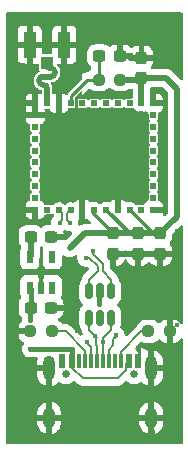
<source format=gbr>
%TF.GenerationSoftware,KiCad,Pcbnew,9.0.6-1.fc42*%
%TF.CreationDate,2025-12-19T16:16:40-05:00*%
%TF.ProjectId,HALOW-USB,48414c4f-572d-4555-9342-2e6b69636164,rev?*%
%TF.SameCoordinates,Original*%
%TF.FileFunction,Copper,L1,Top*%
%TF.FilePolarity,Positive*%
%FSLAX46Y46*%
G04 Gerber Fmt 4.6, Leading zero omitted, Abs format (unit mm)*
G04 Created by KiCad (PCBNEW 9.0.6-1.fc42) date 2025-12-19 16:16:40*
%MOMM*%
%LPD*%
G01*
G04 APERTURE LIST*
G04 Aperture macros list*
%AMRoundRect*
0 Rectangle with rounded corners*
0 $1 Rounding radius*
0 $2 $3 $4 $5 $6 $7 $8 $9 X,Y pos of 4 corners*
0 Add a 4 corners polygon primitive as box body*
4,1,4,$2,$3,$4,$5,$6,$7,$8,$9,$2,$3,0*
0 Add four circle primitives for the rounded corners*
1,1,$1+$1,$2,$3*
1,1,$1+$1,$4,$5*
1,1,$1+$1,$6,$7*
1,1,$1+$1,$8,$9*
0 Add four rect primitives between the rounded corners*
20,1,$1+$1,$2,$3,$4,$5,0*
20,1,$1+$1,$4,$5,$6,$7,0*
20,1,$1+$1,$6,$7,$8,$9,0*
20,1,$1+$1,$8,$9,$2,$3,0*%
G04 Aperture macros list end*
%TA.AperFunction,SMDPad,CuDef*%
%ADD10R,0.600000X1.100000*%
%TD*%
%TA.AperFunction,ComponentPad*%
%ADD11C,0.650000*%
%TD*%
%TA.AperFunction,ComponentPad*%
%ADD12O,1.000000X2.100000*%
%TD*%
%TA.AperFunction,ComponentPad*%
%ADD13O,1.000000X1.800000*%
%TD*%
%TA.AperFunction,SMDPad,CuDef*%
%ADD14R,0.600000X1.240000*%
%TD*%
%TA.AperFunction,SMDPad,CuDef*%
%ADD15R,0.300000X1.240000*%
%TD*%
%TA.AperFunction,SMDPad,CuDef*%
%ADD16RoundRect,0.237500X-0.237500X0.300000X-0.237500X-0.300000X0.237500X-0.300000X0.237500X0.300000X0*%
%TD*%
%TA.AperFunction,SMDPad,CuDef*%
%ADD17RoundRect,0.150000X0.150000X-0.512500X0.150000X0.512500X-0.150000X0.512500X-0.150000X-0.512500X0*%
%TD*%
%TA.AperFunction,SMDPad,CuDef*%
%ADD18RoundRect,0.237500X0.250000X0.237500X-0.250000X0.237500X-0.250000X-0.237500X0.250000X-0.237500X0*%
%TD*%
%TA.AperFunction,SMDPad,CuDef*%
%ADD19RoundRect,0.237500X-0.250000X-0.237500X0.250000X-0.237500X0.250000X0.237500X-0.250000X0.237500X0*%
%TD*%
%TA.AperFunction,SMDPad,CuDef*%
%ADD20R,1.000000X1.050000*%
%TD*%
%TA.AperFunction,SMDPad,CuDef*%
%ADD21R,1.050000X2.200000*%
%TD*%
%TA.AperFunction,SMDPad,CuDef*%
%ADD22RoundRect,0.237500X0.237500X-0.300000X0.237500X0.300000X-0.237500X0.300000X-0.237500X-0.300000X0*%
%TD*%
%TA.AperFunction,SMDPad,CuDef*%
%ADD23RoundRect,0.237500X-0.300000X-0.237500X0.300000X-0.237500X0.300000X0.237500X-0.300000X0.237500X0*%
%TD*%
%TA.AperFunction,SMDPad,CuDef*%
%ADD24R,0.600000X0.600000*%
%TD*%
%TA.AperFunction,ViaPad*%
%ADD25C,0.450000*%
%TD*%
%TA.AperFunction,Conductor*%
%ADD26C,0.200000*%
%TD*%
%TA.AperFunction,Conductor*%
%ADD27C,0.500000*%
%TD*%
%TA.AperFunction,Conductor*%
%ADD28C,0.300000*%
%TD*%
%TA.AperFunction,Conductor*%
%ADD29C,0.250000*%
%TD*%
%TA.AperFunction,Conductor*%
%ADD30C,0.400000*%
%TD*%
G04 APERTURE END LIST*
D10*
%TO.P,U1,5,OUT*%
%TO.N,+3.3V*%
X117550000Y-97200000D03*
%TO.P,U1,4,NC*%
%TO.N,unconnected-(U1-NC-Pad4)*%
X119450000Y-97200000D03*
%TO.P,U1,3,EN*%
%TO.N,unconnected-(U1-EN-Pad3)*%
X119450000Y-99800000D03*
%TO.P,U1,2,GND*%
%TO.N,GND*%
X118500000Y-99800000D03*
%TO.P,U1,1,IN*%
%TO.N,+5V*%
X117550000Y-99800000D03*
%TD*%
D11*
%TO.P,U2,*%
%TO.N,*%
X120600000Y-107152500D03*
X126390000Y-107152500D03*
D12*
%TO.P,U2,1,SHELL*%
%TO.N,GND*%
X119180000Y-106652500D03*
%TO.P,U2,2,SHELL*%
X127820000Y-106652500D03*
D13*
%TO.P,U2,3,SHELL*%
X127820000Y-110832500D03*
%TO.P,U2,4,SHELL*%
X119180000Y-110832500D03*
D14*
%TO.P,U2,A1B12,GND*%
X120300000Y-106032500D03*
%TO.P,U2,A4B9,VBUS*%
%TO.N,+5V*%
X121100000Y-106032500D03*
D15*
%TO.P,U2,A5,CC1*%
%TO.N,Net-(U2-CC1)*%
X122250000Y-106032500D03*
%TO.P,U2,A6,DP1*%
%TO.N,/USB/PRE D+*%
X123250000Y-106032500D03*
%TO.P,U2,A7,DN1*%
%TO.N,/USB/PRE D-*%
X123750000Y-106032500D03*
%TO.P,U2,A8,SBU1*%
%TO.N,unconnected-(U2-SBU1-PadA8)*%
X124750000Y-106032500D03*
D14*
%TO.P,U2,B1A12,GND*%
%TO.N,GND*%
X126700000Y-106032500D03*
%TO.P,U2,B4A9,VBUS*%
%TO.N,+5V*%
X125900000Y-106032500D03*
D15*
%TO.P,U2,B5,CC2*%
%TO.N,Net-(U2-CC2)*%
X125250000Y-106032500D03*
%TO.P,U2,B6,DP2*%
%TO.N,/USB/PRE D+*%
X124250000Y-106032500D03*
%TO.P,U2,B7,DN2*%
%TO.N,/USB/PRE D-*%
X122750000Y-106032500D03*
%TO.P,U2,B8,SBU2*%
%TO.N,unconnected-(U2-SBU2-PadB8)*%
X121750000Y-106032500D03*
%TD*%
D16*
%TO.P,C2,1*%
%TO.N,+3.3V*%
X126700000Y-95200000D03*
%TO.P,C2,2*%
%TO.N,GND*%
X126700000Y-96925000D03*
%TD*%
D17*
%TO.P,U3,1,I/O1*%
%TO.N,/USB/PRE D+*%
X122550000Y-102400000D03*
%TO.P,U3,2,GND*%
%TO.N,GND*%
X123500000Y-102400000D03*
%TO.P,U3,3,I/O2*%
%TO.N,/USB/PRE D-*%
X124450000Y-102400000D03*
%TO.P,U3,4,I/O2*%
%TO.N,/D -*%
X124450000Y-100125000D03*
%TO.P,U3,5,VBUS*%
%TO.N,+5V*%
X123500000Y-100125000D03*
%TO.P,U3,6,I/O1*%
%TO.N,/D +*%
X122550000Y-100125000D03*
%TD*%
D18*
%TO.P,R2,1*%
%TO.N,Net-(U2-CC1)*%
X119412500Y-103500000D03*
%TO.P,R2,2*%
%TO.N,GND*%
X117587500Y-103500000D03*
%TD*%
D19*
%TO.P,R3,1*%
%TO.N,Net-(U2-CC2)*%
X127587500Y-103500000D03*
%TO.P,R3,2*%
%TO.N,GND*%
X129412500Y-103500000D03*
%TD*%
D16*
%TO.P,C3,1*%
%TO.N,+3.3V*%
X128600000Y-95200000D03*
%TO.P,C3,2*%
%TO.N,GND*%
X128600000Y-96925000D03*
%TD*%
D20*
%TO.P,JP1,1,SIG*%
%TO.N,/RF_OUT*%
X119000000Y-80760000D03*
D21*
%TO.P,JP1,2,GND*%
%TO.N,GND*%
X117530000Y-79240000D03*
%TO.P,JP1,3,GND*%
X120470000Y-79240000D03*
%TD*%
D22*
%TO.P,C1,1*%
%TO.N,+3.3V*%
X127000000Y-82062500D03*
%TO.P,C1,2*%
%TO.N,GND*%
X127000000Y-80337500D03*
%TD*%
D23*
%TO.P,C7,1*%
%TO.N,/reset*%
X123437500Y-80200000D03*
%TO.P,C7,2*%
%TO.N,GND*%
X125162500Y-80200000D03*
%TD*%
%TO.P,C6,1*%
%TO.N,+3.3V*%
X117637500Y-95500000D03*
%TO.P,C6,2*%
%TO.N,GND*%
X119362500Y-95500000D03*
%TD*%
D22*
%TO.P,C4,1*%
%TO.N,GND*%
X124600000Y-96925000D03*
%TO.P,C4,2*%
%TO.N,+3.3V*%
X124600000Y-95200000D03*
%TD*%
D24*
%TO.P,MM8108-MF1,1,GND*%
%TO.N,GND*%
X118000000Y-84200000D03*
%TO.P,MM8108-MF1,2,ANT*%
%TO.N,/RF_OUT*%
X119000000Y-84200000D03*
%TO.P,MM8108-MF1,3,GND*%
%TO.N,GND*%
X120000000Y-84200000D03*
%TO.P,MM8108-MF1,4,RESET_N*%
%TO.N,/reset*%
X121000000Y-84200000D03*
%TO.P,MM8108-MF1,5,WAKE*%
%TO.N,unconnected-(MM8108-MF1-WAKE-Pad5)*%
X122000000Y-84200000D03*
%TO.P,MM8108-MF1,6,JTAG_TMS*%
%TO.N,unconnected-(MM8108-MF1-JTAG_TMS-Pad6)*%
X123000000Y-84200000D03*
%TO.P,MM8108-MF1,7,JTAG_TCK*%
%TO.N,unconnected-(MM8108-MF1-JTAG_TCK-Pad7)*%
X124000000Y-84200000D03*
%TO.P,MM8108-MF1,8,JTAG_TDO*%
%TO.N,unconnected-(MM8108-MF1-JTAG_TDO-Pad8)*%
X125000000Y-84200000D03*
%TO.P,MM8108-MF1,9,JTAG_TDI*%
%TO.N,unconnected-(MM8108-MF1-JTAG_TDI-Pad9)*%
X126000000Y-84200000D03*
%TO.P,MM8108-MF1,10,VBAT*%
%TO.N,+3.3V*%
X127000000Y-84200000D03*
%TO.P,MM8108-MF1,11,GND*%
%TO.N,GND*%
X128000000Y-84200000D03*
%TO.P,MM8108-MF1,12,SDIO_D0/SPI_MISO*%
%TO.N,unconnected-(MM8108-MF1-SDIO_D0{slash}SPI_MISO-Pad12)*%
X128000000Y-85200000D03*
%TO.P,MM8108-MF1,13,SDIO_D3/SPI_CS*%
%TO.N,unconnected-(MM8108-MF1-SDIO_D3{slash}SPI_CS-Pad13)*%
X128000000Y-86200000D03*
%TO.P,MM8108-MF1,14,SDIO_D1/SPI_INT*%
%TO.N,unconnected-(MM8108-MF1-SDIO_D1{slash}SPI_INT-Pad14)*%
X128000000Y-87200000D03*
%TO.P,MM8108-MF1,15,SDIO_D2*%
%TO.N,unconnected-(MM8108-MF1-SDIO_D2-Pad15)*%
X128000000Y-88200000D03*
%TO.P,MM8108-MF1,16,SDIO_CMD/SPI_MOSI*%
%TO.N,unconnected-(MM8108-MF1-SDIO_CMD{slash}SPI_MOSI-Pad16)*%
X128000000Y-89200000D03*
%TO.P,MM8108-MF1,17,SDIO_CLK/SPI_SCK*%
%TO.N,unconnected-(MM8108-MF1-SDIO_CLK{slash}SPI_SCK-Pad17)*%
X128000000Y-90200000D03*
%TO.P,MM8108-MF1,18,GPIO5*%
%TO.N,unconnected-(MM8108-MF1-GPIO5-Pad18)*%
X128000000Y-91200000D03*
%TO.P,MM8108-MF1,19,GPIO4*%
%TO.N,unconnected-(MM8108-MF1-GPIO4-Pad19)*%
X128000000Y-92200000D03*
%TO.P,MM8108-MF1,20,GND*%
%TO.N,GND*%
X128000000Y-93200000D03*
%TO.P,MM8108-MF1,21,GPIO3*%
%TO.N,unconnected-(MM8108-MF1-GPIO3-Pad21)*%
X127000000Y-93200000D03*
%TO.P,MM8108-MF1,22,VDDIO*%
%TO.N,+3.3V*%
X126000000Y-93200000D03*
%TO.P,MM8108-MF1,23,GND*%
%TO.N,GND*%
X125000000Y-93200000D03*
%TO.P,MM8108-MF1,24,VBAT_TX*%
%TO.N,+3.3V*%
X124000000Y-93200000D03*
%TO.P,MM8108-MF1,25,VDD_USB*%
X123000000Y-93200000D03*
%TO.P,MM8108-MF1,26,GND*%
%TO.N,GND*%
X122000000Y-93200000D03*
%TO.P,MM8108-MF1,27,USB_D_N*%
%TO.N,/D -*%
X121000000Y-93200000D03*
%TO.P,MM8108-MF1,28,USB_D_P*%
%TO.N,/D +*%
X120000000Y-93200000D03*
%TO.P,MM8108-MF1,29,BUSY/GPIO2?*%
%TO.N,unconnected-(MM8108-MF1-BUSY{slash}GPIO2?-Pad29)*%
X119000000Y-93200000D03*
%TO.P,MM8108-MF1,30,GND*%
%TO.N,GND*%
X118000000Y-93200000D03*
%TO.P,MM8108-MF1,31,GPIO1*%
%TO.N,unconnected-(MM8108-MF1-GPIO1-Pad31)*%
X118000000Y-92200000D03*
%TO.P,MM8108-MF1,32,GPIO0*%
%TO.N,unconnected-(MM8108-MF1-GPIO0-Pad32)*%
X118000000Y-91200000D03*
%TO.P,MM8108-MF1,33,GPIO6*%
%TO.N,unconnected-(MM8108-MF1-GPIO6-Pad33)*%
X118000000Y-90200000D03*
%TO.P,MM8108-MF1,34,GPIO7*%
%TO.N,unconnected-(MM8108-MF1-GPIO7-Pad34)*%
X118000000Y-89200000D03*
%TO.P,MM8108-MF1,35,GPIO8*%
%TO.N,unconnected-(MM8108-MF1-GPIO8-Pad35)*%
X118000000Y-88200000D03*
%TO.P,MM8108-MF1,36,GPIO9*%
%TO.N,unconnected-(MM8108-MF1-GPIO9-Pad36)*%
X118000000Y-87200000D03*
%TO.P,MM8108-MF1,37,GPIO10*%
%TO.N,unconnected-(MM8108-MF1-GPIO10-Pad37)*%
X118000000Y-86200000D03*
%TO.P,MM8108-MF1,38,GND*%
%TO.N,GND*%
X118000000Y-85200000D03*
%TD*%
D18*
%TO.P,R1,1*%
%TO.N,+3.3V*%
X125212500Y-82200000D03*
%TO.P,R1,2*%
%TO.N,/reset*%
X123387500Y-82200000D03*
%TD*%
D23*
%TO.P,C5,1*%
%TO.N,+5V*%
X117637500Y-101500000D03*
%TO.P,C5,2*%
%TO.N,GND*%
X119362500Y-101500000D03*
%TD*%
D25*
%TO.N,GND*%
X125500000Y-101000000D03*
X127500000Y-99000000D03*
X127500000Y-101000000D03*
X125500000Y-103000000D03*
X125500000Y-99000000D03*
X121500000Y-103500000D03*
X121000000Y-101000000D03*
X121000000Y-100000000D03*
X122000000Y-98500000D03*
X121000000Y-98500000D03*
X120000000Y-98500000D03*
X119000000Y-98500000D03*
X118000000Y-98500000D03*
X117000000Y-98500000D03*
X116000000Y-98500000D03*
X118500000Y-99800000D03*
X119362500Y-101500000D03*
X129412500Y-103500000D03*
X128600000Y-96925000D03*
X126700000Y-96925000D03*
X124600000Y-96925000D03*
X119362500Y-95500000D03*
X123500000Y-102400000D03*
X129000000Y-93000000D03*
X129000000Y-92000000D03*
X127000000Y-92000000D03*
X125000000Y-92000000D03*
X123000000Y-92000000D03*
X121000000Y-92000000D03*
X119000000Y-92000000D03*
X117000000Y-93000000D03*
X117000000Y-87000000D03*
X117000000Y-89000000D03*
X117000000Y-91000000D03*
X119000000Y-91000000D03*
X121000000Y-91000000D03*
X123000000Y-91000000D03*
X125000000Y-91000000D03*
X127000000Y-91000000D03*
X129000000Y-91000000D03*
X129000000Y-89000000D03*
X127000000Y-89000000D03*
X125000000Y-89000000D03*
X123000000Y-89000000D03*
X121000000Y-89000000D03*
X119000000Y-89000000D03*
X119000000Y-87000000D03*
X121000000Y-87000000D03*
X123000000Y-87000000D03*
X125000000Y-87000000D03*
X127000000Y-87000000D03*
X129000000Y-87000000D03*
X129000000Y-85000000D03*
X127000000Y-85000000D03*
X125000000Y-85000000D03*
X123000000Y-85000000D03*
X121000000Y-85000000D03*
X119000000Y-85000000D03*
X117000000Y-85000000D03*
X117000000Y-83000000D03*
X117000000Y-81000000D03*
X117000000Y-77000000D03*
X119750000Y-83125000D03*
X120400000Y-81100000D03*
X120425000Y-81675000D03*
X120225000Y-82275000D03*
X119725000Y-82625000D03*
X117650000Y-81800000D03*
X117600000Y-82400000D03*
X117900000Y-83100000D03*
X118000000Y-81250000D03*
X122000000Y-81000000D03*
X122000000Y-79000000D03*
X124000000Y-79000000D03*
X126000000Y-79000000D03*
X128000000Y-79000000D03*
X130000000Y-81000000D03*
X130000000Y-79000000D03*
X130000000Y-95000000D03*
X130000000Y-97000000D03*
X130000000Y-99000000D03*
X130000000Y-101000000D03*
X130000000Y-103000000D03*
X130000000Y-105000000D03*
X130000000Y-107000000D03*
X130000000Y-109000000D03*
X130000000Y-111000000D03*
X130000000Y-112000000D03*
X128000000Y-112000000D03*
X126000000Y-112000000D03*
X124000000Y-112000000D03*
X122000000Y-112000000D03*
X120000000Y-112000000D03*
X118000000Y-112000000D03*
X116000000Y-112000000D03*
X116000000Y-111000000D03*
X116000000Y-109000000D03*
X116000000Y-107000000D03*
X116000000Y-105000000D03*
X116000000Y-103000000D03*
X116000000Y-101000000D03*
X116000000Y-99000000D03*
X116000000Y-97000000D03*
X116000000Y-95000000D03*
X116000000Y-93000000D03*
X116000000Y-91000000D03*
X116000000Y-89000000D03*
X116000000Y-87000000D03*
X116000000Y-85000000D03*
X116000000Y-83000000D03*
X116000000Y-81000000D03*
X116000000Y-79000000D03*
X118000000Y-77000000D03*
X116000000Y-77000000D03*
X120000000Y-77000000D03*
X122000000Y-77000000D03*
X124000000Y-77000000D03*
X126000000Y-77000000D03*
X128000000Y-77000000D03*
X130000000Y-77000000D03*
%TO.N,+3.3V*%
X117637500Y-96400000D03*
X120916635Y-96483364D03*
%TO.N,+5V*%
X123400000Y-101200000D03*
X117600000Y-102525000D03*
X117600000Y-105000000D03*
%TO.N,/D +*%
X122299479Y-97300521D03*
X120075000Y-94308981D03*
%TO.N,/D -*%
X122900521Y-96699479D03*
X120925000Y-94308981D03*
%TO.N,/USB/PRE D-*%
X122400000Y-104400000D03*
X123750000Y-104400000D03*
%TO.N,/USB/PRE D+*%
X124846140Y-103846140D03*
X123078125Y-103921875D03*
%TD*%
D26*
%TO.N,+5V*%
X125900000Y-106032500D02*
X125701000Y-106231500D01*
X125701000Y-106231500D02*
X125701000Y-106799000D01*
X125701000Y-106799000D02*
X125000000Y-107500000D01*
X125000000Y-107500000D02*
X122016645Y-107500000D01*
X122016645Y-107500000D02*
X121100000Y-106583355D01*
X121100000Y-106583355D02*
X121100000Y-106032500D01*
D27*
%TO.N,/RF_OUT*%
X119362146Y-81235707D02*
X119280000Y-81235707D01*
X118720000Y-82635707D02*
X118637850Y-82635707D01*
X119280000Y-81235707D02*
G75*
G02*
X118999993Y-80955707I0J280007D01*
G01*
X118357850Y-82215707D02*
G75*
G02*
X118637850Y-81935750I279950J7D01*
G01*
X119280000Y-81935707D02*
X119362146Y-81935707D01*
X119642146Y-81655707D02*
X119642146Y-81515707D01*
X119642146Y-81515707D02*
G75*
G03*
X119362146Y-81235654I-280046J7D01*
G01*
X119000000Y-84200000D02*
X119000000Y-82915707D01*
X119000000Y-80955707D02*
X119000000Y-80815707D01*
X118637850Y-82635707D02*
G75*
G02*
X118357793Y-82355707I-50J280007D01*
G01*
X119362146Y-81935707D02*
G75*
G03*
X119642107Y-81655707I-46J280007D01*
G01*
X119000000Y-80815707D02*
X119000000Y-80760000D01*
X118720000Y-81935707D02*
X119280000Y-81935707D01*
X118637850Y-81935707D02*
X118720000Y-81935707D01*
X118357850Y-82355707D02*
X118357850Y-82215707D01*
X119000000Y-82915707D02*
G75*
G03*
X118720000Y-82635700I-280000J7D01*
G01*
X118970000Y-84170000D02*
X119000000Y-84200000D01*
D28*
%TO.N,+3.3V*%
X126000000Y-93200000D02*
X128000000Y-95200000D01*
X128000000Y-95200000D02*
X128600000Y-95200000D01*
D27*
X125212500Y-82200000D02*
X126862500Y-82200000D01*
X117637500Y-96400000D02*
X117637500Y-97112500D01*
X129062500Y-82062500D02*
X130000000Y-83000000D01*
X130000000Y-83000000D02*
X130000000Y-93800000D01*
X130000000Y-93800000D02*
X128600000Y-95200000D01*
X117637500Y-95500000D02*
X117637500Y-96400000D01*
X127000000Y-82062500D02*
X129062500Y-82062500D01*
X117637500Y-97112500D02*
X117550000Y-97200000D01*
D28*
X124000000Y-93200000D02*
X126000000Y-95200000D01*
D27*
X127000000Y-82062500D02*
X127000000Y-84200000D01*
D28*
X126000000Y-95200000D02*
X126700000Y-95200000D01*
D27*
X122199999Y-95200000D02*
X120916635Y-96483364D01*
D28*
X123000000Y-93200000D02*
X123000000Y-93600000D01*
D27*
X128600000Y-95200000D02*
X124600000Y-95200000D01*
D28*
X123000000Y-93600000D02*
X124600000Y-95200000D01*
D27*
X126862500Y-82200000D02*
X127000000Y-82062500D01*
X124600000Y-95200000D02*
X122199999Y-95200000D01*
D29*
%TO.N,/reset*%
X122400000Y-82200000D02*
X121000000Y-83600000D01*
X121000000Y-83600000D02*
X121000000Y-84200000D01*
X123387500Y-80250000D02*
X123437500Y-80200000D01*
X123387500Y-82200000D02*
X122400000Y-82200000D01*
X123387500Y-82200000D02*
X123387500Y-80250000D01*
D30*
%TO.N,+5V*%
X117600000Y-102525000D02*
X117600000Y-101537500D01*
X121087500Y-105000000D02*
X117600000Y-105000000D01*
X121100000Y-105012500D02*
X121087500Y-105000000D01*
X123400000Y-101200000D02*
X123400000Y-100225000D01*
X117637500Y-101500000D02*
X117637500Y-99887500D01*
X117637500Y-99887500D02*
X117550000Y-99800000D01*
X123400000Y-100225000D02*
X123500000Y-100125000D01*
X117600000Y-101537500D02*
X117637500Y-101500000D01*
X121100000Y-106032500D02*
X121100000Y-105012500D01*
D26*
%TO.N,/D +*%
X122582322Y-97300521D02*
X123275000Y-97993199D01*
X120274999Y-94108982D02*
X120075000Y-94308981D01*
X120000000Y-93200000D02*
X120274999Y-93474999D01*
X122299479Y-97300521D02*
X122582322Y-97300521D01*
X122550000Y-99131249D02*
X122550000Y-100125000D01*
X123275000Y-97993199D02*
X123275000Y-98406249D01*
X120274999Y-93474999D02*
X120274999Y-94108982D01*
X123275000Y-98406249D02*
X122550000Y-99131249D01*
%TO.N,/D -*%
X120725001Y-94108982D02*
X120925000Y-94308981D01*
X123725000Y-98406249D02*
X124450000Y-99131249D01*
X123725000Y-97806801D02*
X123725000Y-98406249D01*
X122900521Y-96699479D02*
X122900521Y-96982322D01*
X122900521Y-96982322D02*
X123725000Y-97806801D01*
X121000000Y-93200000D02*
X120725001Y-93474999D01*
X120725001Y-93474999D02*
X120725001Y-94108982D01*
X124450000Y-99131249D02*
X124450000Y-100125000D01*
%TO.N,Net-(U2-CC1)*%
X122250000Y-106032500D02*
X122250000Y-105160500D01*
X120589500Y-103500000D02*
X119412500Y-103500000D01*
X122250000Y-105160500D02*
X120589500Y-103500000D01*
%TO.N,Net-(U2-CC2)*%
X127000000Y-103500000D02*
X127587500Y-103500000D01*
X125250000Y-106032500D02*
X125250000Y-105250000D01*
X125250000Y-105250000D02*
X127000000Y-103500000D01*
%TO.N,/USB/PRE D-*%
X122750000Y-104811973D02*
X122750000Y-106032500D01*
X122400000Y-104461973D02*
X122750000Y-104811973D01*
X122400000Y-104400000D02*
X122400000Y-104461973D01*
X123750000Y-104093751D02*
X123750000Y-104400000D01*
X123750000Y-104400000D02*
X123750000Y-106032500D01*
X124450000Y-103393751D02*
X123750000Y-104093751D01*
X124450000Y-102400000D02*
X124450000Y-103393751D01*
%TO.N,/USB/PRE D+*%
X123228154Y-104071904D02*
X123149000Y-104151057D01*
X122550000Y-103393751D02*
X123078125Y-103921875D01*
X123149000Y-104648943D02*
X123250000Y-104749943D01*
X124846140Y-103846140D02*
X124846140Y-103953860D01*
X122550000Y-102400000D02*
X122550000Y-103393751D01*
X124600000Y-104704263D02*
X124250000Y-105054263D01*
X124600000Y-104200000D02*
X124600000Y-104704263D01*
X123078125Y-103921875D02*
X123228154Y-104071904D01*
X123250000Y-104749943D02*
X123250000Y-106032500D01*
X124846140Y-103953860D02*
X124600000Y-104200000D01*
X124250000Y-105054263D02*
X124250000Y-106032500D01*
X123149000Y-104151057D02*
X123149000Y-104648943D01*
%TD*%
%TA.AperFunction,Conductor*%
%TO.N,GND*%
G36*
X116000000Y-86000000D02*
G01*
X117564152Y-86000000D01*
X117574766Y-86007945D01*
X117599184Y-86073409D01*
X117599500Y-86082257D01*
X117599500Y-86509894D01*
X117599501Y-86509902D01*
X117605330Y-86539212D01*
X117605332Y-86539214D01*
X117627543Y-86572457D01*
X117660787Y-86594669D01*
X117660789Y-86594669D01*
X117664119Y-86596894D01*
X117708926Y-86650505D01*
X117717636Y-86719829D01*
X117687484Y-86782858D01*
X117664122Y-86803102D01*
X117627542Y-86827542D01*
X117605332Y-86860785D01*
X117605329Y-86860791D01*
X117599500Y-86890098D01*
X117599500Y-87509894D01*
X117599501Y-87509902D01*
X117605330Y-87539212D01*
X117605332Y-87539214D01*
X117627543Y-87572457D01*
X117660787Y-87594669D01*
X117660789Y-87594669D01*
X117664119Y-87596894D01*
X117708926Y-87650505D01*
X117717636Y-87719829D01*
X117687484Y-87782858D01*
X117664122Y-87803102D01*
X117627542Y-87827542D01*
X117605332Y-87860785D01*
X117605329Y-87860791D01*
X117599500Y-87890098D01*
X117599500Y-88509894D01*
X117599501Y-88509902D01*
X117605330Y-88539212D01*
X117605332Y-88539214D01*
X117627543Y-88572457D01*
X117660787Y-88594669D01*
X117660789Y-88594669D01*
X117664119Y-88596894D01*
X117708926Y-88650505D01*
X117717636Y-88719829D01*
X117687484Y-88782858D01*
X117664122Y-88803102D01*
X117627542Y-88827542D01*
X117605332Y-88860785D01*
X117605329Y-88860791D01*
X117599500Y-88890098D01*
X117599500Y-89509894D01*
X117599501Y-89509902D01*
X117605330Y-89539212D01*
X117605332Y-89539214D01*
X117627543Y-89572457D01*
X117660787Y-89594669D01*
X117660789Y-89594669D01*
X117664119Y-89596894D01*
X117708926Y-89650505D01*
X117717636Y-89719829D01*
X117687484Y-89782858D01*
X117664122Y-89803102D01*
X117627542Y-89827542D01*
X117605332Y-89860785D01*
X117605329Y-89860791D01*
X117599500Y-89890098D01*
X117599500Y-90509894D01*
X117599501Y-90509902D01*
X117605330Y-90539212D01*
X117605332Y-90539214D01*
X117627543Y-90572457D01*
X117660787Y-90594669D01*
X117660789Y-90594669D01*
X117664119Y-90596894D01*
X117708926Y-90650505D01*
X117717636Y-90719829D01*
X117687484Y-90782858D01*
X117664122Y-90803102D01*
X117627542Y-90827542D01*
X117605332Y-90860785D01*
X117605329Y-90860791D01*
X117599500Y-90890098D01*
X117599500Y-91509894D01*
X117599501Y-91509902D01*
X117605330Y-91539212D01*
X117605332Y-91539214D01*
X117627543Y-91572457D01*
X117660787Y-91594669D01*
X117660789Y-91594669D01*
X117664119Y-91596894D01*
X117708926Y-91650505D01*
X117717636Y-91719829D01*
X117687484Y-91782858D01*
X117664122Y-91803102D01*
X117627542Y-91827542D01*
X117605332Y-91860785D01*
X117605329Y-91860791D01*
X117599500Y-91890098D01*
X117599500Y-92317742D01*
X117579815Y-92384781D01*
X117527011Y-92430536D01*
X117518833Y-92433924D01*
X117457913Y-92456645D01*
X117457906Y-92456649D01*
X117342812Y-92542809D01*
X117342809Y-92542812D01*
X117256649Y-92657906D01*
X117256645Y-92657913D01*
X117206403Y-92792620D01*
X117206401Y-92792627D01*
X117200000Y-92852155D01*
X117200000Y-92950000D01*
X117876000Y-92950000D01*
X117943039Y-92969685D01*
X117988794Y-93022489D01*
X118000000Y-93074000D01*
X118000000Y-93200000D01*
X118126000Y-93200000D01*
X118193039Y-93219685D01*
X118238794Y-93272489D01*
X118250000Y-93324000D01*
X118250000Y-94000000D01*
X118347828Y-94000000D01*
X118347844Y-93999999D01*
X118407372Y-93993598D01*
X118407379Y-93993596D01*
X118542086Y-93943354D01*
X118542093Y-93943350D01*
X118657187Y-93857190D01*
X118657190Y-93857187D01*
X118743350Y-93742093D01*
X118743354Y-93742086D01*
X118766076Y-93681166D01*
X118807947Y-93625232D01*
X118873411Y-93600815D01*
X118882238Y-93600499D01*
X119309898Y-93600499D01*
X119339213Y-93594669D01*
X119372457Y-93572457D01*
X119372457Y-93572456D01*
X119378222Y-93568605D01*
X119408518Y-93559119D01*
X119438265Y-93548024D01*
X119441621Y-93548754D01*
X119444899Y-93547728D01*
X119475509Y-93556126D01*
X119506538Y-93562876D01*
X119510255Y-93565658D01*
X119512279Y-93566214D01*
X119534792Y-93584027D01*
X119566686Y-93615921D01*
X119600171Y-93677244D01*
X119595187Y-93746936D01*
X119566686Y-93791283D01*
X119511470Y-93846498D01*
X119511467Y-93846502D01*
X119432074Y-93965321D01*
X119432069Y-93965330D01*
X119377381Y-94097360D01*
X119377379Y-94097366D01*
X119349500Y-94237523D01*
X119349500Y-94380438D01*
X119350097Y-94386501D01*
X119347899Y-94386717D01*
X119342534Y-94446440D01*
X119299652Y-94501603D01*
X119233754Y-94524825D01*
X119227161Y-94525000D01*
X119013361Y-94525000D01*
X119013344Y-94525001D01*
X118912347Y-94535319D01*
X118748699Y-94589546D01*
X118748688Y-94589551D01*
X118601965Y-94680052D01*
X118588032Y-94693985D01*
X118526708Y-94727468D01*
X118457016Y-94722482D01*
X118412672Y-94693982D01*
X118398351Y-94679661D01*
X118398350Y-94679660D01*
X118296840Y-94617048D01*
X118251518Y-94589093D01*
X118251513Y-94589091D01*
X118244958Y-94586919D01*
X118087753Y-94534826D01*
X118087751Y-94534825D01*
X117986678Y-94524500D01*
X117288330Y-94524500D01*
X117288312Y-94524501D01*
X117187247Y-94534825D01*
X117023484Y-94589092D01*
X117023481Y-94589093D01*
X116876648Y-94679661D01*
X116754661Y-94801648D01*
X116664093Y-94948481D01*
X116664091Y-94948486D01*
X116649309Y-94993096D01*
X116609826Y-95112247D01*
X116609826Y-95112248D01*
X116609825Y-95112248D01*
X116599500Y-95213315D01*
X116599500Y-95786669D01*
X116599501Y-95786687D01*
X116609825Y-95887752D01*
X116638792Y-95975167D01*
X116664092Y-96051516D01*
X116731147Y-96160230D01*
X116754661Y-96198351D01*
X116797773Y-96241463D01*
X116831258Y-96302786D01*
X116826274Y-96372478D01*
X116809360Y-96403453D01*
X116806203Y-96407669D01*
X116806202Y-96407671D01*
X116755908Y-96542517D01*
X116749501Y-96602116D01*
X116749500Y-96602135D01*
X116749500Y-97797870D01*
X116749501Y-97797876D01*
X116755908Y-97857483D01*
X116806202Y-97992328D01*
X116806206Y-97992335D01*
X116892452Y-98107544D01*
X116892455Y-98107547D01*
X117007664Y-98193793D01*
X117007671Y-98193797D01*
X117052618Y-98210561D01*
X117142517Y-98244091D01*
X117202127Y-98250500D01*
X117897872Y-98250499D01*
X117957483Y-98244091D01*
X118092331Y-98193796D01*
X118207546Y-98107546D01*
X118293796Y-97992331D01*
X118344091Y-97857483D01*
X118350500Y-97797873D01*
X118350499Y-97376982D01*
X118358349Y-97337528D01*
X118357391Y-97337238D01*
X118359154Y-97331424D01*
X118359159Y-97331412D01*
X118388000Y-97186417D01*
X118388000Y-97038582D01*
X118388000Y-96405345D01*
X118407685Y-96338306D01*
X118460489Y-96292551D01*
X118529647Y-96282607D01*
X118584037Y-96304416D01*
X118633575Y-96339773D01*
X118652672Y-96364111D01*
X118673359Y-96387111D01*
X118674049Y-96391355D01*
X118676706Y-96394741D01*
X118679614Y-96425552D01*
X118684581Y-96456074D01*
X118683074Y-96462212D01*
X118683272Y-96464301D01*
X118681921Y-96466913D01*
X118677721Y-96484033D01*
X118655908Y-96542517D01*
X118649501Y-96602116D01*
X118649500Y-96602135D01*
X118649500Y-97797870D01*
X118649501Y-97797876D01*
X118655908Y-97857483D01*
X118706202Y-97992328D01*
X118706206Y-97992335D01*
X118792452Y-98107544D01*
X118792455Y-98107547D01*
X118907664Y-98193793D01*
X118907671Y-98193797D01*
X118952618Y-98210561D01*
X119042517Y-98244091D01*
X119102127Y-98250500D01*
X119797872Y-98250499D01*
X119857483Y-98244091D01*
X119992331Y-98193796D01*
X120107546Y-98107546D01*
X120193796Y-97992331D01*
X120244091Y-97857483D01*
X120250500Y-97797873D01*
X120250499Y-97172870D01*
X120270183Y-97105833D01*
X120322987Y-97060078D01*
X120392146Y-97050134D01*
X120443384Y-97069767D01*
X120561141Y-97148448D01*
X120697723Y-97205022D01*
X120697727Y-97205022D01*
X120697728Y-97205023D01*
X120842715Y-97233864D01*
X120842718Y-97233864D01*
X120990554Y-97233864D01*
X121088096Y-97214460D01*
X121135547Y-97205022D01*
X121272129Y-97148448D01*
X121389831Y-97069803D01*
X121456507Y-97048926D01*
X121523887Y-97067411D01*
X121570577Y-97119390D01*
X121581753Y-97188360D01*
X121580338Y-97197096D01*
X121573979Y-97229066D01*
X121573979Y-97371976D01*
X121573979Y-97371978D01*
X121573978Y-97371978D01*
X121601858Y-97512135D01*
X121601860Y-97512141D01*
X121656548Y-97644171D01*
X121656553Y-97644180D01*
X121735946Y-97762999D01*
X121735949Y-97763003D01*
X121836996Y-97864050D01*
X121837000Y-97864053D01*
X121955819Y-97943446D01*
X121955825Y-97943449D01*
X121955826Y-97943450D01*
X122087859Y-97998140D01*
X122087863Y-97998140D01*
X122087864Y-97998141D01*
X122228021Y-98026021D01*
X122228024Y-98026021D01*
X122370935Y-98026021D01*
X122375856Y-98025041D01*
X122379032Y-98024410D01*
X122386941Y-98025117D01*
X122394383Y-98022342D01*
X122421243Y-98028185D01*
X122448624Y-98030634D01*
X122456635Y-98035884D01*
X122462656Y-98037194D01*
X122490910Y-98058345D01*
X122544608Y-98112043D01*
X122578093Y-98173366D01*
X122573109Y-98243058D01*
X122544608Y-98287405D01*
X122069481Y-98762531D01*
X122069479Y-98762533D01*
X122051757Y-98793229D01*
X122044267Y-98806204D01*
X121990423Y-98899464D01*
X121949499Y-99052192D01*
X121949499Y-99052194D01*
X121949499Y-99091692D01*
X121929814Y-99158731D01*
X121913180Y-99179373D01*
X121881923Y-99210629D01*
X121881917Y-99210637D01*
X121798255Y-99352103D01*
X121798254Y-99352106D01*
X121752402Y-99509926D01*
X121752401Y-99509932D01*
X121749500Y-99546798D01*
X121749500Y-100703201D01*
X121752401Y-100740067D01*
X121752402Y-100740073D01*
X121798254Y-100897893D01*
X121798255Y-100897896D01*
X121881917Y-101039362D01*
X121881923Y-101039370D01*
X121998129Y-101155576D01*
X121998140Y-101155585D01*
X121998455Y-101155771D01*
X121998650Y-101155980D01*
X122004298Y-101160361D01*
X122003591Y-101161272D01*
X122046136Y-101206843D01*
X122058637Y-101275585D01*
X122031988Y-101340173D01*
X122004078Y-101364356D01*
X122004298Y-101364639D01*
X121999092Y-101368676D01*
X121998455Y-101369229D01*
X121998140Y-101369414D01*
X121998129Y-101369423D01*
X121881923Y-101485629D01*
X121881917Y-101485637D01*
X121798255Y-101627103D01*
X121798254Y-101627106D01*
X121752402Y-101784926D01*
X121752401Y-101784932D01*
X121749500Y-101821798D01*
X121749500Y-102978201D01*
X121752401Y-103015067D01*
X121752402Y-103015073D01*
X121798254Y-103172893D01*
X121798255Y-103172896D01*
X121881917Y-103314362D01*
X121881923Y-103314370D01*
X121913180Y-103345627D01*
X121946665Y-103406950D01*
X121949499Y-103433305D01*
X121949499Y-103472805D01*
X121949499Y-103472807D01*
X121949500Y-103472809D01*
X121957451Y-103502480D01*
X121990423Y-103625535D01*
X121990426Y-103625542D01*
X122005506Y-103651662D01*
X122006409Y-103655386D01*
X122009021Y-103658193D01*
X122014581Y-103689069D01*
X122021979Y-103719562D01*
X122020724Y-103723185D01*
X122021404Y-103726956D01*
X122009390Y-103755932D01*
X121999126Y-103785589D01*
X121995686Y-103788986D01*
X121994645Y-103791499D01*
X121974496Y-103809918D01*
X121968806Y-103815540D01*
X121967869Y-103816189D01*
X121937521Y-103836468D01*
X121934978Y-103839010D01*
X121927267Y-103844361D01*
X121898671Y-103853867D01*
X121870930Y-103865649D01*
X121865851Y-103864779D01*
X121860965Y-103866404D01*
X121831772Y-103858942D01*
X121802063Y-103853855D01*
X121796602Y-103849954D01*
X121793272Y-103849103D01*
X121789031Y-103844545D01*
X121768899Y-103830163D01*
X121077090Y-103138355D01*
X121077088Y-103138352D01*
X120958217Y-103019481D01*
X120958216Y-103019480D01*
X120871404Y-102969360D01*
X120871404Y-102969359D01*
X120871400Y-102969358D01*
X120821285Y-102940423D01*
X120668557Y-102899499D01*
X120510443Y-102899499D01*
X120502847Y-102899499D01*
X120502831Y-102899500D01*
X120374901Y-102899500D01*
X120307862Y-102879815D01*
X120269362Y-102840596D01*
X120245340Y-102801650D01*
X120123350Y-102679660D01*
X120123346Y-102679657D01*
X120002704Y-102605244D01*
X119955979Y-102553297D01*
X119944758Y-102484334D01*
X119972601Y-102420252D01*
X120002704Y-102394167D01*
X120123039Y-102319943D01*
X120244944Y-102198038D01*
X120244947Y-102198034D01*
X120335448Y-102051311D01*
X120335453Y-102051300D01*
X120389680Y-101887652D01*
X120399999Y-101786654D01*
X120400000Y-101786641D01*
X120400000Y-101750000D01*
X119486500Y-101750000D01*
X119419461Y-101730315D01*
X119373706Y-101677511D01*
X119362500Y-101626000D01*
X119362500Y-101374000D01*
X119382185Y-101306961D01*
X119434989Y-101261206D01*
X119486500Y-101250000D01*
X120399999Y-101250000D01*
X120399999Y-101213360D01*
X120399998Y-101213345D01*
X120389680Y-101112347D01*
X120335453Y-100948699D01*
X120335448Y-100948688D01*
X120244947Y-100801965D01*
X120244944Y-100801961D01*
X120201924Y-100758941D01*
X120168439Y-100697618D01*
X120173423Y-100627926D01*
X120190338Y-100596949D01*
X120193796Y-100592331D01*
X120244091Y-100457483D01*
X120250500Y-100397873D01*
X120250499Y-99202128D01*
X120244091Y-99142517D01*
X120234965Y-99118050D01*
X120193797Y-99007671D01*
X120193793Y-99007664D01*
X120107547Y-98892455D01*
X120107544Y-98892452D01*
X119992335Y-98806206D01*
X119992328Y-98806202D01*
X119857486Y-98755910D01*
X119857485Y-98755909D01*
X119857483Y-98755909D01*
X119797873Y-98749500D01*
X119797863Y-98749500D01*
X119102129Y-98749500D01*
X119102123Y-98749501D01*
X119042516Y-98755908D01*
X119017615Y-98765196D01*
X118947923Y-98770178D01*
X118930952Y-98765195D01*
X118907379Y-98756403D01*
X118907372Y-98756401D01*
X118847844Y-98750000D01*
X118750000Y-98750000D01*
X118750000Y-98907893D01*
X118730315Y-98974932D01*
X118725267Y-98982204D01*
X118706204Y-99007668D01*
X118706202Y-99007671D01*
X118655910Y-99142513D01*
X118655909Y-99142517D01*
X118649500Y-99202127D01*
X118649500Y-99676002D01*
X118646950Y-99684686D01*
X118648239Y-99693647D01*
X118637261Y-99717683D01*
X118629817Y-99743039D01*
X118622974Y-99748967D01*
X118619214Y-99757203D01*
X118596982Y-99771489D01*
X118577013Y-99788794D01*
X118566497Y-99791081D01*
X118560436Y-99794977D01*
X118525501Y-99800000D01*
X118474499Y-99800000D01*
X118407460Y-99780315D01*
X118361705Y-99727511D01*
X118350499Y-99676000D01*
X118350499Y-99202129D01*
X118350498Y-99202123D01*
X118350497Y-99202116D01*
X118344091Y-99142517D01*
X118334965Y-99118050D01*
X118293797Y-99007671D01*
X118293795Y-99007668D01*
X118274733Y-98982204D01*
X118250316Y-98916739D01*
X118250000Y-98907893D01*
X118250000Y-98750000D01*
X118152155Y-98750000D01*
X118092624Y-98756401D01*
X118092623Y-98756402D01*
X118069044Y-98765196D01*
X117999353Y-98770178D01*
X117982381Y-98765195D01*
X117957486Y-98755910D01*
X117957485Y-98755909D01*
X117957483Y-98755909D01*
X117897873Y-98749500D01*
X117897863Y-98749500D01*
X117202129Y-98749500D01*
X117202123Y-98749501D01*
X117142516Y-98755908D01*
X117007671Y-98806202D01*
X117007664Y-98806206D01*
X116892455Y-98892452D01*
X116892452Y-98892455D01*
X116806206Y-99007664D01*
X116806202Y-99007671D01*
X116755908Y-99142517D01*
X116751946Y-99179373D01*
X116749501Y-99202123D01*
X116749500Y-99202135D01*
X116749500Y-100397870D01*
X116749501Y-100397876D01*
X116755908Y-100457483D01*
X116806202Y-100592328D01*
X116806204Y-100592331D01*
X116809357Y-100596543D01*
X116833775Y-100662008D01*
X116818924Y-100730281D01*
X116797774Y-100758534D01*
X116754661Y-100801648D01*
X116664093Y-100948481D01*
X116664091Y-100948486D01*
X116636719Y-101031088D01*
X116609826Y-101112247D01*
X116609826Y-101112248D01*
X116609825Y-101112248D01*
X116599500Y-101213315D01*
X116599500Y-101786669D01*
X116599501Y-101786687D01*
X116609825Y-101887752D01*
X116613095Y-101897619D01*
X116664020Y-102051300D01*
X116664092Y-102051515D01*
X116664093Y-102051518D01*
X116754661Y-102198351D01*
X116850089Y-102293779D01*
X116883574Y-102355102D01*
X116886340Y-102385581D01*
X116886003Y-102395713D01*
X116874500Y-102453545D01*
X116874500Y-102596455D01*
X116878637Y-102617253D01*
X116878162Y-102631545D01*
X116871509Y-102651696D01*
X116869618Y-102672829D01*
X116859373Y-102688460D01*
X116856260Y-102697893D01*
X116849721Y-102703188D01*
X116841912Y-102715105D01*
X116755052Y-102801965D01*
X116664551Y-102948688D01*
X116664546Y-102948699D01*
X116610319Y-103112347D01*
X116600000Y-103213345D01*
X116600000Y-103250000D01*
X117463500Y-103250000D01*
X117530539Y-103269685D01*
X117576294Y-103322489D01*
X117587500Y-103374000D01*
X117587500Y-103626000D01*
X117567815Y-103693039D01*
X117515011Y-103738794D01*
X117463500Y-103750000D01*
X116600001Y-103750000D01*
X116600001Y-103786654D01*
X116610319Y-103887652D01*
X116664546Y-104051300D01*
X116664551Y-104051311D01*
X116755052Y-104198034D01*
X116755055Y-104198038D01*
X116876961Y-104319944D01*
X116876965Y-104319947D01*
X116983417Y-104385608D01*
X117030142Y-104437556D01*
X117041363Y-104506518D01*
X117021423Y-104560036D01*
X116957073Y-104656342D01*
X116957069Y-104656349D01*
X116902381Y-104788379D01*
X116902379Y-104788385D01*
X116874500Y-104928542D01*
X116874500Y-104928545D01*
X116874500Y-105071455D01*
X116874500Y-105071457D01*
X116874499Y-105071457D01*
X116902379Y-105211614D01*
X116902381Y-105211620D01*
X116957069Y-105343650D01*
X116957074Y-105343659D01*
X117036467Y-105462478D01*
X117036470Y-105462482D01*
X117137517Y-105563529D01*
X117137521Y-105563532D01*
X117256340Y-105642925D01*
X117256346Y-105642928D01*
X117256347Y-105642929D01*
X117388380Y-105697619D01*
X117388384Y-105697619D01*
X117388385Y-105697620D01*
X117528542Y-105725500D01*
X117528545Y-105725500D01*
X117671457Y-105725500D01*
X117785156Y-105702883D01*
X117809348Y-105700500D01*
X118089277Y-105700500D01*
X118156316Y-105720185D01*
X118202071Y-105772989D01*
X118212015Y-105842147D01*
X118210894Y-105848691D01*
X118180000Y-106004004D01*
X118180000Y-106402500D01*
X118880000Y-106402500D01*
X118880000Y-106902500D01*
X118180000Y-106902500D01*
X118180000Y-107300995D01*
X118218427Y-107494181D01*
X118218430Y-107494193D01*
X118293807Y-107676171D01*
X118293814Y-107676184D01*
X118403248Y-107839962D01*
X118403251Y-107839966D01*
X118542533Y-107979248D01*
X118542537Y-107979251D01*
X118706315Y-108088685D01*
X118706328Y-108088692D01*
X118888308Y-108164069D01*
X118930000Y-108172362D01*
X118930000Y-107369487D01*
X118939940Y-107386704D01*
X118995795Y-107442559D01*
X119064204Y-107482055D01*
X119140504Y-107502499D01*
X119219496Y-107502499D01*
X119295796Y-107482055D01*
X119364205Y-107442559D01*
X119420060Y-107386704D01*
X119430000Y-107369487D01*
X119430000Y-108172362D01*
X119471690Y-108164069D01*
X119471692Y-108164069D01*
X119653671Y-108088692D01*
X119653684Y-108088685D01*
X119817461Y-107979252D01*
X119959393Y-107837320D01*
X120020716Y-107803835D01*
X120090408Y-107808819D01*
X120115965Y-107821899D01*
X120208977Y-107884047D01*
X120208980Y-107884049D01*
X120359206Y-107946274D01*
X120359211Y-107946276D01*
X120359215Y-107946276D01*
X120359216Y-107946277D01*
X120518692Y-107978000D01*
X120518695Y-107978000D01*
X120681307Y-107978000D01*
X120788598Y-107956657D01*
X120840789Y-107946276D01*
X120991021Y-107884048D01*
X120991023Y-107884047D01*
X121093883Y-107815318D01*
X121126225Y-107793708D01*
X121205991Y-107713941D01*
X121267312Y-107680458D01*
X121337004Y-107685442D01*
X121381352Y-107713943D01*
X121647929Y-107980520D01*
X121784860Y-108059577D01*
X121937588Y-108100501D01*
X121937591Y-108100501D01*
X122103299Y-108100501D01*
X122103315Y-108100500D01*
X124913331Y-108100500D01*
X124913347Y-108100501D01*
X124920943Y-108100501D01*
X125079054Y-108100501D01*
X125079057Y-108100501D01*
X125231785Y-108059577D01*
X125281904Y-108030639D01*
X125368716Y-107980520D01*
X125480520Y-107868716D01*
X125480521Y-107868713D01*
X125621971Y-107727262D01*
X125683292Y-107693780D01*
X125752984Y-107698764D01*
X125797331Y-107727265D01*
X125863771Y-107793705D01*
X125863779Y-107793711D01*
X125998976Y-107884047D01*
X125998980Y-107884049D01*
X126149206Y-107946274D01*
X126149211Y-107946276D01*
X126149215Y-107946276D01*
X126149216Y-107946277D01*
X126308692Y-107978000D01*
X126308695Y-107978000D01*
X126471307Y-107978000D01*
X126578598Y-107956657D01*
X126630789Y-107946276D01*
X126781021Y-107884048D01*
X126880301Y-107817711D01*
X126946976Y-107796834D01*
X127014356Y-107815318D01*
X127038321Y-107836275D01*
X127038941Y-107835656D01*
X127182533Y-107979248D01*
X127182537Y-107979251D01*
X127346315Y-108088685D01*
X127346328Y-108088692D01*
X127528308Y-108164069D01*
X127570000Y-108172362D01*
X127570000Y-107369487D01*
X127579940Y-107386704D01*
X127635795Y-107442559D01*
X127704204Y-107482055D01*
X127780504Y-107502499D01*
X127859496Y-107502499D01*
X127935796Y-107482055D01*
X128004205Y-107442559D01*
X128060060Y-107386704D01*
X128070000Y-107369487D01*
X128070000Y-108172362D01*
X128111690Y-108164069D01*
X128111692Y-108164069D01*
X128293671Y-108088692D01*
X128293684Y-108088685D01*
X128457462Y-107979251D01*
X128457466Y-107979248D01*
X128596748Y-107839966D01*
X128596751Y-107839962D01*
X128706185Y-107676184D01*
X128706192Y-107676171D01*
X128781569Y-107494193D01*
X128781572Y-107494181D01*
X128819999Y-107300995D01*
X128820000Y-107300992D01*
X128820000Y-106902500D01*
X128120000Y-106902500D01*
X128120000Y-106402500D01*
X128820000Y-106402500D01*
X128820000Y-106004008D01*
X128819999Y-106004004D01*
X128781572Y-105810818D01*
X128781569Y-105810806D01*
X128706192Y-105628828D01*
X128706185Y-105628815D01*
X128596751Y-105465037D01*
X128596748Y-105465033D01*
X128457466Y-105325751D01*
X128457462Y-105325748D01*
X128293684Y-105216314D01*
X128293671Y-105216307D01*
X128111691Y-105140929D01*
X128111683Y-105140927D01*
X128070000Y-105132635D01*
X128070000Y-105935512D01*
X128060060Y-105918296D01*
X128004205Y-105862441D01*
X127935796Y-105822945D01*
X127859496Y-105802501D01*
X127780504Y-105802501D01*
X127704204Y-105822945D01*
X127635795Y-105862441D01*
X127579940Y-105918296D01*
X127570000Y-105935512D01*
X127570000Y-105171234D01*
X127458712Y-105143922D01*
X127456712Y-105142760D01*
X127454398Y-105142781D01*
X127426652Y-105125298D01*
X127398297Y-105108826D01*
X127397242Y-105106766D01*
X127395285Y-105105533D01*
X127389002Y-105097807D01*
X127357190Y-105055312D01*
X127357187Y-105055309D01*
X127242093Y-104969149D01*
X127242086Y-104969145D01*
X127107379Y-104918903D01*
X127107372Y-104918901D01*
X127047844Y-104912500D01*
X126950000Y-104912500D01*
X126950000Y-105908500D01*
X126947449Y-105917185D01*
X126948738Y-105926147D01*
X126937759Y-105950187D01*
X126930315Y-105975539D01*
X126923474Y-105981466D01*
X126919713Y-105989703D01*
X126897478Y-106003992D01*
X126877511Y-106021294D01*
X126866996Y-106023581D01*
X126860935Y-106027477D01*
X126826000Y-106032500D01*
X126824499Y-106032500D01*
X126757460Y-106012815D01*
X126711705Y-105960011D01*
X126700499Y-105908500D01*
X126700499Y-105364629D01*
X126700498Y-105364623D01*
X126696319Y-105325748D01*
X126694091Y-105305017D01*
X126661004Y-105216307D01*
X126643797Y-105170171D01*
X126643793Y-105170164D01*
X126569900Y-105071457D01*
X126557546Y-105054954D01*
X126521544Y-105028003D01*
X126479675Y-104972071D01*
X126474691Y-104902379D01*
X126508174Y-104841059D01*
X126905440Y-104443793D01*
X126966762Y-104410310D01*
X127032120Y-104413769D01*
X127187247Y-104465174D01*
X127288323Y-104475500D01*
X127886676Y-104475499D01*
X127886684Y-104475498D01*
X127886687Y-104475498D01*
X127942030Y-104469844D01*
X127987753Y-104465174D01*
X128151516Y-104410908D01*
X128298350Y-104320340D01*
X128412675Y-104206014D01*
X128473994Y-104172532D01*
X128543686Y-104177516D01*
X128588034Y-104206017D01*
X128701961Y-104319944D01*
X128701965Y-104319947D01*
X128848688Y-104410448D01*
X128848699Y-104410453D01*
X129012347Y-104464680D01*
X129113351Y-104474999D01*
X129162499Y-104474998D01*
X129162500Y-104474998D01*
X129162500Y-102525000D01*
X129162499Y-102524999D01*
X129113361Y-102525000D01*
X129113343Y-102525001D01*
X129012347Y-102535319D01*
X128848699Y-102589546D01*
X128848688Y-102589551D01*
X128701965Y-102680052D01*
X128588034Y-102793983D01*
X128526711Y-102827467D01*
X128457019Y-102822483D01*
X128412672Y-102793982D01*
X128298351Y-102679661D01*
X128298350Y-102679660D01*
X128177703Y-102605244D01*
X128151518Y-102589093D01*
X128151513Y-102589091D01*
X128150069Y-102588612D01*
X127987753Y-102534826D01*
X127987751Y-102534825D01*
X127886678Y-102524500D01*
X127288330Y-102524500D01*
X127288312Y-102524501D01*
X127187247Y-102534825D01*
X127023484Y-102589092D01*
X127023481Y-102589093D01*
X126876648Y-102679661D01*
X126754661Y-102801648D01*
X126664091Y-102948485D01*
X126654409Y-102977703D01*
X126624385Y-103026377D01*
X125783321Y-103867442D01*
X125721998Y-103900927D01*
X125652307Y-103895943D01*
X125596373Y-103854071D01*
X125571956Y-103788607D01*
X125571640Y-103779761D01*
X125571640Y-103774682D01*
X125543760Y-103634525D01*
X125543759Y-103634524D01*
X125543759Y-103634520D01*
X125489069Y-103502487D01*
X125489068Y-103502486D01*
X125489065Y-103502480D01*
X125409672Y-103383661D01*
X125409669Y-103383657D01*
X125308622Y-103282610D01*
X125308618Y-103282607D01*
X125267954Y-103255436D01*
X125223149Y-103201824D01*
X125214442Y-103132499D01*
X125217766Y-103117747D01*
X125247598Y-103015069D01*
X125250500Y-102978194D01*
X125250500Y-101821806D01*
X125247598Y-101784931D01*
X125231730Y-101730315D01*
X125201745Y-101627106D01*
X125201744Y-101627103D01*
X125201744Y-101627102D01*
X125118081Y-101485635D01*
X125118079Y-101485633D01*
X125118076Y-101485629D01*
X125001870Y-101369423D01*
X125001867Y-101369421D01*
X125001865Y-101369419D01*
X125001549Y-101369232D01*
X125001353Y-101369022D01*
X124995702Y-101364639D01*
X124996409Y-101363727D01*
X124953866Y-101318164D01*
X124941362Y-101249423D01*
X124968006Y-101184833D01*
X124995921Y-101160644D01*
X124995702Y-101160361D01*
X125000911Y-101156320D01*
X125001550Y-101155767D01*
X125001865Y-101155581D01*
X125118081Y-101039365D01*
X125201744Y-100897898D01*
X125247598Y-100740069D01*
X125250500Y-100703194D01*
X125250500Y-99546806D01*
X125247598Y-99509931D01*
X125201744Y-99352102D01*
X125118081Y-99210635D01*
X125118079Y-99210633D01*
X125118076Y-99210629D01*
X125086820Y-99179373D01*
X125053335Y-99118050D01*
X125050501Y-99091692D01*
X125050501Y-99052194D01*
X125050501Y-99052192D01*
X125009577Y-98899464D01*
X124955733Y-98806204D01*
X124930520Y-98762533D01*
X124818716Y-98650729D01*
X124818713Y-98650727D01*
X124361819Y-98193833D01*
X124328334Y-98132510D01*
X124325500Y-98106152D01*
X124325500Y-98038361D01*
X124345185Y-97971322D01*
X124350000Y-97965346D01*
X124350000Y-97962499D01*
X124850000Y-97962499D01*
X124886640Y-97962499D01*
X124886654Y-97962498D01*
X124987652Y-97952180D01*
X125151300Y-97897953D01*
X125151311Y-97897948D01*
X125298034Y-97807447D01*
X125298038Y-97807444D01*
X125419944Y-97685538D01*
X125419947Y-97685534D01*
X125510448Y-97538811D01*
X125510453Y-97538800D01*
X125532294Y-97472889D01*
X125572066Y-97415444D01*
X125636582Y-97388621D01*
X125705358Y-97400936D01*
X125756558Y-97448479D01*
X125767706Y-97472889D01*
X125789546Y-97538800D01*
X125789551Y-97538811D01*
X125880052Y-97685534D01*
X125880055Y-97685538D01*
X126001961Y-97807444D01*
X126001965Y-97807447D01*
X126148688Y-97897948D01*
X126148699Y-97897953D01*
X126312347Y-97952180D01*
X126413352Y-97962499D01*
X126450000Y-97962499D01*
X126950000Y-97962499D01*
X126986640Y-97962499D01*
X126986654Y-97962498D01*
X127087652Y-97952180D01*
X127251300Y-97897953D01*
X127251311Y-97897948D01*
X127398034Y-97807447D01*
X127398038Y-97807444D01*
X127519945Y-97685537D01*
X127544461Y-97645791D01*
X127596409Y-97599066D01*
X127665371Y-97587843D01*
X127729454Y-97615686D01*
X127755539Y-97645791D01*
X127780054Y-97685537D01*
X127901961Y-97807444D01*
X127901965Y-97807447D01*
X128048688Y-97897948D01*
X128048699Y-97897953D01*
X128212347Y-97952180D01*
X128313352Y-97962499D01*
X128350000Y-97962499D01*
X128850000Y-97962499D01*
X128886640Y-97962499D01*
X128886654Y-97962498D01*
X128987652Y-97952180D01*
X129151300Y-97897953D01*
X129151311Y-97897948D01*
X129298034Y-97807447D01*
X129298038Y-97807444D01*
X129419944Y-97685538D01*
X129419947Y-97685534D01*
X129510448Y-97538811D01*
X129510453Y-97538800D01*
X129564680Y-97375152D01*
X129574999Y-97274154D01*
X129575000Y-97274141D01*
X129575000Y-97175000D01*
X128850000Y-97175000D01*
X128850000Y-97962499D01*
X128350000Y-97962499D01*
X128350000Y-97175000D01*
X126950000Y-97175000D01*
X126950000Y-97962499D01*
X126450000Y-97962499D01*
X126450000Y-97175000D01*
X125714459Y-97175000D01*
X125676356Y-97195805D01*
X125606664Y-97190819D01*
X125582050Y-97175000D01*
X124850000Y-97175000D01*
X124850000Y-97962499D01*
X124350000Y-97962499D01*
X124350000Y-97049000D01*
X124369685Y-96981961D01*
X124422489Y-96936206D01*
X124474000Y-96925000D01*
X124600000Y-96925000D01*
X124600000Y-96799000D01*
X124619685Y-96731961D01*
X124672489Y-96686206D01*
X124724000Y-96675000D01*
X125585540Y-96675000D01*
X125623638Y-96654195D01*
X125693330Y-96659178D01*
X125717950Y-96675000D01*
X129574999Y-96675000D01*
X129574999Y-96575860D01*
X129574998Y-96575845D01*
X129564680Y-96474847D01*
X129510453Y-96311199D01*
X129510448Y-96311188D01*
X129419947Y-96164465D01*
X129419944Y-96164461D01*
X129406017Y-96150534D01*
X129372532Y-96089211D01*
X129377516Y-96019519D01*
X129406017Y-95975172D01*
X129420340Y-95960850D01*
X129510908Y-95814016D01*
X129565174Y-95650253D01*
X129575500Y-95549177D01*
X129575499Y-95337229D01*
X129595183Y-95270190D01*
X129611813Y-95249553D01*
X130287820Y-94573547D01*
X130349142Y-94540063D01*
X130418834Y-94545047D01*
X130474767Y-94586919D01*
X130499184Y-94652383D01*
X130499500Y-94661229D01*
X130499500Y-102777422D01*
X130479815Y-102844461D01*
X130427011Y-102890216D01*
X130357853Y-102900160D01*
X130294297Y-102871135D01*
X130269962Y-102842520D01*
X130244945Y-102801962D01*
X130123038Y-102680055D01*
X130123034Y-102680052D01*
X129976311Y-102589551D01*
X129976300Y-102589546D01*
X129812652Y-102535319D01*
X129711654Y-102525000D01*
X129662500Y-102525000D01*
X129662500Y-104474999D01*
X129711640Y-104474999D01*
X129711654Y-104474998D01*
X129812652Y-104464680D01*
X129976300Y-104410453D01*
X129976311Y-104410448D01*
X130123034Y-104319947D01*
X130123038Y-104319944D01*
X130244943Y-104198039D01*
X130269961Y-104157480D01*
X130321909Y-104110755D01*
X130390872Y-104099534D01*
X130454954Y-104127377D01*
X130493810Y-104185446D01*
X130499500Y-104222577D01*
X130499500Y-112921947D01*
X130479815Y-112988986D01*
X130427011Y-113034741D01*
X130375500Y-113045947D01*
X115624500Y-113045947D01*
X115557461Y-113026262D01*
X115511706Y-112973458D01*
X115500500Y-112921947D01*
X115500500Y-110334004D01*
X118180000Y-110334004D01*
X118180000Y-110582500D01*
X118880000Y-110582500D01*
X118880000Y-111082500D01*
X118180000Y-111082500D01*
X118180000Y-111330995D01*
X118218427Y-111524181D01*
X118218430Y-111524193D01*
X118293807Y-111706171D01*
X118293814Y-111706184D01*
X118403248Y-111869962D01*
X118403251Y-111869966D01*
X118542533Y-112009248D01*
X118542537Y-112009251D01*
X118706315Y-112118685D01*
X118706328Y-112118692D01*
X118888308Y-112194069D01*
X118930000Y-112202362D01*
X118930000Y-111399487D01*
X118939940Y-111416704D01*
X118995795Y-111472559D01*
X119064204Y-111512055D01*
X119140504Y-111532499D01*
X119219496Y-111532499D01*
X119295796Y-111512055D01*
X119364205Y-111472559D01*
X119420060Y-111416704D01*
X119430000Y-111399487D01*
X119430000Y-112202362D01*
X119471690Y-112194069D01*
X119471692Y-112194069D01*
X119653671Y-112118692D01*
X119653684Y-112118685D01*
X119817462Y-112009251D01*
X119817466Y-112009248D01*
X119956748Y-111869966D01*
X119956751Y-111869962D01*
X120066185Y-111706184D01*
X120066192Y-111706171D01*
X120141569Y-111524193D01*
X120141572Y-111524181D01*
X120179999Y-111330995D01*
X120180000Y-111330992D01*
X120180000Y-111082500D01*
X119480000Y-111082500D01*
X119480000Y-110582500D01*
X120180000Y-110582500D01*
X120180000Y-110334008D01*
X120179999Y-110334004D01*
X126820000Y-110334004D01*
X126820000Y-110582500D01*
X127520000Y-110582500D01*
X127520000Y-111082500D01*
X126820000Y-111082500D01*
X126820000Y-111330995D01*
X126858427Y-111524181D01*
X126858430Y-111524193D01*
X126933807Y-111706171D01*
X126933814Y-111706184D01*
X127043248Y-111869962D01*
X127043251Y-111869966D01*
X127182533Y-112009248D01*
X127182537Y-112009251D01*
X127346315Y-112118685D01*
X127346328Y-112118692D01*
X127528308Y-112194069D01*
X127570000Y-112202362D01*
X127570000Y-111399487D01*
X127579940Y-111416704D01*
X127635795Y-111472559D01*
X127704204Y-111512055D01*
X127780504Y-111532499D01*
X127859496Y-111532499D01*
X127935796Y-111512055D01*
X128004205Y-111472559D01*
X128060060Y-111416704D01*
X128070000Y-111399487D01*
X128070000Y-112202362D01*
X128111690Y-112194069D01*
X128111692Y-112194069D01*
X128293671Y-112118692D01*
X128293684Y-112118685D01*
X128457462Y-112009251D01*
X128457466Y-112009248D01*
X128596748Y-111869966D01*
X128596751Y-111869962D01*
X128706185Y-111706184D01*
X128706192Y-111706171D01*
X128781569Y-111524193D01*
X128781572Y-111524181D01*
X128819999Y-111330995D01*
X128820000Y-111330992D01*
X128820000Y-111082500D01*
X128120000Y-111082500D01*
X128120000Y-110582500D01*
X128820000Y-110582500D01*
X128820000Y-110334008D01*
X128819999Y-110334004D01*
X128781572Y-110140818D01*
X128781569Y-110140806D01*
X128706192Y-109958828D01*
X128706185Y-109958815D01*
X128596751Y-109795037D01*
X128596748Y-109795033D01*
X128457466Y-109655751D01*
X128457462Y-109655748D01*
X128293684Y-109546314D01*
X128293671Y-109546307D01*
X128111691Y-109470929D01*
X128111683Y-109470927D01*
X128070000Y-109462635D01*
X128070000Y-110265512D01*
X128060060Y-110248296D01*
X128004205Y-110192441D01*
X127935796Y-110152945D01*
X127859496Y-110132501D01*
X127780504Y-110132501D01*
X127704204Y-110152945D01*
X127635795Y-110192441D01*
X127579940Y-110248296D01*
X127570000Y-110265512D01*
X127570000Y-109462636D01*
X127569999Y-109462635D01*
X127528316Y-109470927D01*
X127528308Y-109470929D01*
X127346328Y-109546307D01*
X127346315Y-109546314D01*
X127182537Y-109655748D01*
X127182533Y-109655751D01*
X127043251Y-109795033D01*
X127043248Y-109795037D01*
X126933814Y-109958815D01*
X126933807Y-109958828D01*
X126858430Y-110140806D01*
X126858427Y-110140818D01*
X126820000Y-110334004D01*
X120179999Y-110334004D01*
X120141572Y-110140818D01*
X120141569Y-110140806D01*
X120066192Y-109958828D01*
X120066185Y-109958815D01*
X119956751Y-109795037D01*
X119956748Y-109795033D01*
X119817466Y-109655751D01*
X119817462Y-109655748D01*
X119653684Y-109546314D01*
X119653671Y-109546307D01*
X119471691Y-109470929D01*
X119471683Y-109470927D01*
X119430000Y-109462635D01*
X119430000Y-110265512D01*
X119420060Y-110248296D01*
X119364205Y-110192441D01*
X119295796Y-110152945D01*
X119219496Y-110132501D01*
X119140504Y-110132501D01*
X119064204Y-110152945D01*
X118995795Y-110192441D01*
X118939940Y-110248296D01*
X118930000Y-110265512D01*
X118930000Y-109462636D01*
X118929999Y-109462635D01*
X118888316Y-109470927D01*
X118888308Y-109470929D01*
X118706328Y-109546307D01*
X118706315Y-109546314D01*
X118542537Y-109655748D01*
X118542533Y-109655751D01*
X118403251Y-109795033D01*
X118403248Y-109795037D01*
X118293814Y-109958815D01*
X118293807Y-109958828D01*
X118218430Y-110140806D01*
X118218427Y-110140818D01*
X118180000Y-110334004D01*
X115500500Y-110334004D01*
X115500500Y-93547844D01*
X117200000Y-93547844D01*
X117206401Y-93607372D01*
X117206403Y-93607379D01*
X117256645Y-93742086D01*
X117256649Y-93742093D01*
X117342809Y-93857187D01*
X117342812Y-93857190D01*
X117457906Y-93943350D01*
X117457913Y-93943354D01*
X117592620Y-93993596D01*
X117592627Y-93993598D01*
X117652155Y-93999999D01*
X117652172Y-94000000D01*
X117750000Y-94000000D01*
X117750000Y-93450000D01*
X117200000Y-93450000D01*
X117200000Y-93547844D01*
X115500500Y-93547844D01*
X115500500Y-76624500D01*
X115520185Y-76557461D01*
X115572989Y-76511706D01*
X115624500Y-76500500D01*
X116000000Y-76500500D01*
X116000000Y-86000000D01*
G37*
%TD.AperFunction*%
%TA.AperFunction,Conductor*%
G36*
X120565174Y-94941198D02*
G01*
X120568874Y-94943576D01*
X120581347Y-94951910D01*
X120713380Y-95006600D01*
X120713384Y-95006600D01*
X120713385Y-95006601D01*
X120853542Y-95034481D01*
X121002547Y-95034481D01*
X121002547Y-95036670D01*
X121061508Y-95047844D01*
X121112225Y-95095902D01*
X121128908Y-95163750D01*
X121106262Y-95229848D01*
X121092712Y-95245917D01*
X120581996Y-95756634D01*
X120520673Y-95790119D01*
X120450982Y-95785135D01*
X120406634Y-95756634D01*
X120400000Y-95750000D01*
X119486500Y-95750000D01*
X119419461Y-95730315D01*
X119373706Y-95677511D01*
X119362500Y-95626000D01*
X119362500Y-95374000D01*
X119382185Y-95306961D01*
X119434989Y-95261206D01*
X119486500Y-95250000D01*
X120399999Y-95250000D01*
X120399999Y-95213360D01*
X120399998Y-95213345D01*
X120389680Y-95112346D01*
X120381111Y-95086486D01*
X120380168Y-95059085D01*
X120375784Y-95032018D01*
X120378983Y-95024668D01*
X120378708Y-95016657D01*
X120392728Y-94993096D01*
X120403674Y-94967956D01*
X120412300Y-94960208D01*
X120414439Y-94956615D01*
X120429933Y-94944373D01*
X120431117Y-94943582D01*
X120497796Y-94922709D01*
X120565174Y-94941198D01*
G37*
%TD.AperFunction*%
%TA.AperFunction,Conductor*%
G36*
X125582857Y-84512514D02*
G01*
X125603103Y-84535878D01*
X125605330Y-84539212D01*
X125605331Y-84539213D01*
X125627543Y-84572457D01*
X125660787Y-84594669D01*
X125660790Y-84594669D01*
X125660791Y-84594670D01*
X125670647Y-84596630D01*
X125690101Y-84600500D01*
X126298707Y-84600499D01*
X126365746Y-84620183D01*
X126401809Y-84655609D01*
X126417045Y-84678411D01*
X126417051Y-84678419D01*
X126521580Y-84782948D01*
X126521584Y-84782951D01*
X126644498Y-84865080D01*
X126644511Y-84865087D01*
X126748041Y-84907970D01*
X126781087Y-84921658D01*
X126781091Y-84921658D01*
X126781092Y-84921659D01*
X126926079Y-84950500D01*
X126926082Y-84950500D01*
X127073920Y-84950500D01*
X127171462Y-84931096D01*
X127218913Y-84921658D01*
X127288882Y-84892675D01*
X127358349Y-84885206D01*
X127395174Y-84898086D01*
X127534340Y-84973107D01*
X127553353Y-84991916D01*
X127574766Y-85007945D01*
X127577812Y-85016113D01*
X127584011Y-85022245D01*
X127589837Y-85048350D01*
X127599184Y-85073409D01*
X127599500Y-85082257D01*
X127599500Y-85509894D01*
X127599501Y-85509902D01*
X127605330Y-85539212D01*
X127611098Y-85547844D01*
X127627543Y-85572457D01*
X127660787Y-85594669D01*
X127660789Y-85594669D01*
X127664119Y-85596894D01*
X127708926Y-85650505D01*
X127717636Y-85719829D01*
X127687484Y-85782858D01*
X127664122Y-85803102D01*
X127627542Y-85827542D01*
X127605332Y-85860785D01*
X127605329Y-85860791D01*
X127599500Y-85890098D01*
X127599500Y-86509894D01*
X127599501Y-86509902D01*
X127605330Y-86539212D01*
X127605332Y-86539214D01*
X127627543Y-86572457D01*
X127660787Y-86594669D01*
X127660789Y-86594669D01*
X127664119Y-86596894D01*
X127708926Y-86650505D01*
X127717636Y-86719829D01*
X127687484Y-86782858D01*
X127664122Y-86803102D01*
X127627542Y-86827542D01*
X127605332Y-86860785D01*
X127605329Y-86860791D01*
X127599500Y-86890098D01*
X127599500Y-87509894D01*
X127599501Y-87509902D01*
X127605330Y-87539212D01*
X127605332Y-87539214D01*
X127627543Y-87572457D01*
X127660787Y-87594669D01*
X127660789Y-87594669D01*
X127664119Y-87596894D01*
X127708926Y-87650505D01*
X127717636Y-87719829D01*
X127687484Y-87782858D01*
X127664122Y-87803102D01*
X127627542Y-87827542D01*
X127605332Y-87860785D01*
X127605329Y-87860791D01*
X127599500Y-87890098D01*
X127599500Y-88509894D01*
X127599501Y-88509902D01*
X127605330Y-88539212D01*
X127605332Y-88539214D01*
X127627543Y-88572457D01*
X127660787Y-88594669D01*
X127660789Y-88594669D01*
X127664119Y-88596894D01*
X127708926Y-88650505D01*
X127717636Y-88719829D01*
X127687484Y-88782858D01*
X127664122Y-88803102D01*
X127627542Y-88827542D01*
X127605332Y-88860785D01*
X127605329Y-88860791D01*
X127599500Y-88890098D01*
X127599500Y-89509894D01*
X127599501Y-89509902D01*
X127605330Y-89539212D01*
X127605332Y-89539214D01*
X127627543Y-89572457D01*
X127660787Y-89594669D01*
X127660789Y-89594669D01*
X127664119Y-89596894D01*
X127708926Y-89650505D01*
X127717636Y-89719829D01*
X127687484Y-89782858D01*
X127664122Y-89803102D01*
X127627542Y-89827542D01*
X127605332Y-89860785D01*
X127605329Y-89860791D01*
X127599500Y-89890098D01*
X127599500Y-90509894D01*
X127599501Y-90509902D01*
X127605330Y-90539212D01*
X127605332Y-90539214D01*
X127627543Y-90572457D01*
X127660787Y-90594669D01*
X127660789Y-90594669D01*
X127664119Y-90596894D01*
X127708926Y-90650505D01*
X127717636Y-90719829D01*
X127687484Y-90782858D01*
X127664122Y-90803102D01*
X127627542Y-90827542D01*
X127605332Y-90860785D01*
X127605329Y-90860791D01*
X127599500Y-90890098D01*
X127599500Y-91509894D01*
X127599501Y-91509902D01*
X127605330Y-91539212D01*
X127605332Y-91539214D01*
X127627543Y-91572457D01*
X127660787Y-91594669D01*
X127660789Y-91594669D01*
X127664119Y-91596894D01*
X127708926Y-91650505D01*
X127717636Y-91719829D01*
X127687484Y-91782858D01*
X127664122Y-91803102D01*
X127627542Y-91827542D01*
X127605332Y-91860785D01*
X127605329Y-91860791D01*
X127599500Y-91890098D01*
X127599500Y-92317742D01*
X127579815Y-92384781D01*
X127527011Y-92430536D01*
X127518833Y-92433924D01*
X127457913Y-92456645D01*
X127457906Y-92456649D01*
X127342812Y-92542809D01*
X127342809Y-92542812D01*
X127256649Y-92657906D01*
X127256645Y-92657913D01*
X127233924Y-92718833D01*
X127192053Y-92774767D01*
X127126588Y-92799184D01*
X127117742Y-92799500D01*
X126690105Y-92799500D01*
X126690097Y-92799501D01*
X126660787Y-92805330D01*
X126649504Y-92810004D01*
X126648646Y-92807933D01*
X126597475Y-92823950D01*
X126530097Y-92805456D01*
X126507599Y-92787653D01*
X126414669Y-92694723D01*
X126308127Y-92623535D01*
X126308122Y-92623533D01*
X126189744Y-92574499D01*
X126189736Y-92574497D01*
X126064073Y-92549501D01*
X126064069Y-92549501D01*
X125935931Y-92549501D01*
X125935926Y-92549501D01*
X125810264Y-92574497D01*
X125810258Y-92574498D01*
X125810256Y-92574499D01*
X125810254Y-92574499D01*
X125810253Y-92574500D01*
X125800514Y-92578534D01*
X125731044Y-92586000D01*
X125668566Y-92554722D01*
X125663483Y-92549064D01*
X125663463Y-92549085D01*
X125657185Y-92542808D01*
X125542093Y-92456649D01*
X125542086Y-92456645D01*
X125407379Y-92406403D01*
X125407372Y-92406401D01*
X125347844Y-92400000D01*
X125250000Y-92400000D01*
X125250000Y-93076000D01*
X125247449Y-93084685D01*
X125248738Y-93093647D01*
X125237759Y-93117687D01*
X125230315Y-93143039D01*
X125223474Y-93148966D01*
X125219713Y-93157203D01*
X125197478Y-93171492D01*
X125177511Y-93188794D01*
X125166996Y-93191081D01*
X125160935Y-93194977D01*
X125126000Y-93200000D01*
X124971308Y-93200000D01*
X124904269Y-93180315D01*
X124883627Y-93163681D01*
X124786319Y-93066373D01*
X124752834Y-93005050D01*
X124750000Y-92978692D01*
X124750000Y-92400000D01*
X124652155Y-92400000D01*
X124592627Y-92406401D01*
X124592620Y-92406403D01*
X124457913Y-92456645D01*
X124457906Y-92456649D01*
X124342812Y-92542809D01*
X124336541Y-92549081D01*
X124334505Y-92547045D01*
X124290228Y-92580168D01*
X124220534Y-92585128D01*
X124199486Y-92578534D01*
X124189744Y-92574499D01*
X124189736Y-92574496D01*
X124064073Y-92549501D01*
X124064069Y-92549501D01*
X123935931Y-92549501D01*
X123935926Y-92549501D01*
X123810263Y-92574497D01*
X123810255Y-92574499D01*
X123691874Y-92623534D01*
X123585329Y-92694724D01*
X123580622Y-92698588D01*
X123579291Y-92696967D01*
X123526295Y-92725871D01*
X123456606Y-92720851D01*
X123420279Y-92697491D01*
X123419379Y-92698589D01*
X123414668Y-92694723D01*
X123308133Y-92623538D01*
X123308124Y-92623533D01*
X123189744Y-92574499D01*
X123189738Y-92574497D01*
X123064071Y-92549500D01*
X123064069Y-92549500D01*
X122935931Y-92549500D01*
X122935929Y-92549500D01*
X122810262Y-92574497D01*
X122810255Y-92574499D01*
X122800514Y-92578534D01*
X122731044Y-92586000D01*
X122668566Y-92554722D01*
X122663483Y-92549064D01*
X122663463Y-92549085D01*
X122657185Y-92542808D01*
X122542093Y-92456649D01*
X122542086Y-92456645D01*
X122407379Y-92406403D01*
X122407372Y-92406401D01*
X122347844Y-92400000D01*
X122250000Y-92400000D01*
X122250000Y-94000000D01*
X122347828Y-94000000D01*
X122347841Y-93999999D01*
X122408229Y-93993506D01*
X122476989Y-94005910D01*
X122509167Y-94029114D01*
X122717873Y-94237819D01*
X122751358Y-94299142D01*
X122746374Y-94368833D01*
X122704503Y-94424767D01*
X122639038Y-94449184D01*
X122630192Y-94449500D01*
X122126079Y-94449500D01*
X121981091Y-94478340D01*
X121981081Y-94478343D01*
X121844510Y-94534912D01*
X121844499Y-94534918D01*
X121834235Y-94541777D01*
X121767557Y-94562654D01*
X121700177Y-94544169D01*
X121653488Y-94492190D01*
X121642312Y-94423220D01*
X121643728Y-94414482D01*
X121650500Y-94380438D01*
X121650500Y-94237523D01*
X121632730Y-94148192D01*
X121638957Y-94078601D01*
X121681819Y-94023423D01*
X121747709Y-94000178D01*
X121749880Y-94000119D01*
X121750000Y-94000000D01*
X121750000Y-92400000D01*
X121652155Y-92400000D01*
X121592627Y-92406401D01*
X121592620Y-92406403D01*
X121457913Y-92456645D01*
X121457906Y-92456649D01*
X121342814Y-92542808D01*
X121342806Y-92542816D01*
X121313689Y-92581710D01*
X121257754Y-92623580D01*
X121188062Y-92628562D01*
X121182331Y-92627172D01*
X121148022Y-92617979D01*
X121079057Y-92599500D01*
X120920942Y-92599500D01*
X120768214Y-92640423D01*
X120631284Y-92719481D01*
X120631281Y-92719483D01*
X120587681Y-92763084D01*
X120526358Y-92796569D01*
X120456666Y-92791585D01*
X120412319Y-92763084D01*
X120368718Y-92719483D01*
X120368716Y-92719481D01*
X120231785Y-92640423D01*
X120079057Y-92599499D01*
X119920943Y-92599499D01*
X119817668Y-92627172D01*
X119768214Y-92640423D01*
X119631284Y-92719480D01*
X119534792Y-92815973D01*
X119473469Y-92849457D01*
X119403777Y-92844473D01*
X119378224Y-92831395D01*
X119339216Y-92805333D01*
X119339215Y-92805332D01*
X119339213Y-92805331D01*
X119339211Y-92805330D01*
X119339208Y-92805329D01*
X119309901Y-92799500D01*
X118882258Y-92799500D01*
X118815219Y-92779815D01*
X118769464Y-92727011D01*
X118766076Y-92718833D01*
X118743354Y-92657913D01*
X118743350Y-92657906D01*
X118657190Y-92542812D01*
X118657187Y-92542809D01*
X118542093Y-92456649D01*
X118542087Y-92456646D01*
X118481165Y-92433923D01*
X118425231Y-92392051D01*
X118400815Y-92326586D01*
X118400499Y-92317760D01*
X118400499Y-91890102D01*
X118394669Y-91860787D01*
X118372457Y-91827543D01*
X118339213Y-91805331D01*
X118339211Y-91805330D01*
X118335880Y-91803105D01*
X118291073Y-91749494D01*
X118282363Y-91680169D01*
X118312516Y-91617141D01*
X118335880Y-91596895D01*
X118339210Y-91594669D01*
X118339213Y-91594669D01*
X118372457Y-91572457D01*
X118394669Y-91539213D01*
X118400500Y-91509899D01*
X118400499Y-90890102D01*
X118394669Y-90860787D01*
X118372457Y-90827543D01*
X118339213Y-90805331D01*
X118339211Y-90805330D01*
X118335880Y-90803105D01*
X118291073Y-90749494D01*
X118282363Y-90680169D01*
X118312516Y-90617141D01*
X118335880Y-90596895D01*
X118339210Y-90594669D01*
X118339213Y-90594669D01*
X118372457Y-90572457D01*
X118394669Y-90539213D01*
X118400500Y-90509899D01*
X118400499Y-89890102D01*
X118394669Y-89860787D01*
X118372457Y-89827543D01*
X118339213Y-89805331D01*
X118339211Y-89805330D01*
X118335880Y-89803105D01*
X118291073Y-89749494D01*
X118282363Y-89680169D01*
X118312516Y-89617141D01*
X118335880Y-89596895D01*
X118339210Y-89594669D01*
X118339213Y-89594669D01*
X118372457Y-89572457D01*
X118394669Y-89539213D01*
X118400500Y-89509899D01*
X118400499Y-88890102D01*
X118394669Y-88860787D01*
X118372457Y-88827543D01*
X118339213Y-88805331D01*
X118339211Y-88805330D01*
X118335880Y-88803105D01*
X118291073Y-88749494D01*
X118282363Y-88680169D01*
X118312516Y-88617141D01*
X118335880Y-88596895D01*
X118339210Y-88594669D01*
X118339213Y-88594669D01*
X118372457Y-88572457D01*
X118394669Y-88539213D01*
X118400500Y-88509899D01*
X118400499Y-87890102D01*
X118394669Y-87860787D01*
X118372457Y-87827543D01*
X118339213Y-87805331D01*
X118339211Y-87805330D01*
X118335880Y-87803105D01*
X118291073Y-87749494D01*
X118282363Y-87680169D01*
X118312516Y-87617141D01*
X118335880Y-87596895D01*
X118339210Y-87594669D01*
X118339213Y-87594669D01*
X118372457Y-87572457D01*
X118394669Y-87539213D01*
X118400500Y-87509899D01*
X118400499Y-86890102D01*
X118394669Y-86860787D01*
X118372457Y-86827543D01*
X118339213Y-86805331D01*
X118339211Y-86805330D01*
X118335880Y-86803105D01*
X118291073Y-86749494D01*
X118282363Y-86680169D01*
X118312516Y-86617141D01*
X118335880Y-86596895D01*
X118339210Y-86594669D01*
X118339213Y-86594669D01*
X118372457Y-86572457D01*
X118394669Y-86539213D01*
X118400500Y-86509899D01*
X118400499Y-86082256D01*
X118420183Y-86015219D01*
X118437747Y-86000000D01*
X122000000Y-86000000D01*
X122000000Y-84600499D01*
X122309898Y-84600499D01*
X122339213Y-84594669D01*
X122372457Y-84572457D01*
X122394669Y-84539213D01*
X122394669Y-84539208D01*
X122396893Y-84535881D01*
X122450503Y-84491074D01*
X122519828Y-84482363D01*
X122582857Y-84512514D01*
X122603103Y-84535878D01*
X122605330Y-84539212D01*
X122605331Y-84539213D01*
X122627543Y-84572457D01*
X122660787Y-84594669D01*
X122660790Y-84594669D01*
X122660791Y-84594670D01*
X122670647Y-84596630D01*
X122690101Y-84600500D01*
X123309898Y-84600499D01*
X123339213Y-84594669D01*
X123372457Y-84572457D01*
X123394669Y-84539213D01*
X123394669Y-84539208D01*
X123396893Y-84535881D01*
X123450503Y-84491074D01*
X123519828Y-84482363D01*
X123582857Y-84512514D01*
X123603103Y-84535878D01*
X123605330Y-84539212D01*
X123605331Y-84539213D01*
X123627543Y-84572457D01*
X123660787Y-84594669D01*
X123660790Y-84594669D01*
X123660791Y-84594670D01*
X123670647Y-84596630D01*
X123690101Y-84600500D01*
X124309898Y-84600499D01*
X124339213Y-84594669D01*
X124372457Y-84572457D01*
X124394669Y-84539213D01*
X124394669Y-84539208D01*
X124396893Y-84535881D01*
X124450503Y-84491074D01*
X124519828Y-84482363D01*
X124582857Y-84512514D01*
X124603103Y-84535878D01*
X124605330Y-84539212D01*
X124605331Y-84539213D01*
X124627543Y-84572457D01*
X124660787Y-84594669D01*
X124660790Y-84594669D01*
X124660791Y-84594670D01*
X124670647Y-84596630D01*
X124690101Y-84600500D01*
X125309898Y-84600499D01*
X125339213Y-84594669D01*
X125372457Y-84572457D01*
X125394669Y-84539213D01*
X125394669Y-84539208D01*
X125396893Y-84535881D01*
X125450503Y-84491074D01*
X125519828Y-84482363D01*
X125582857Y-84512514D01*
G37*
%TD.AperFunction*%
%TA.AperFunction,Conductor*%
G36*
X128767309Y-82832685D02*
G01*
X128787951Y-82849319D01*
X129213181Y-83274548D01*
X129246666Y-83335871D01*
X129249500Y-83362229D01*
X129249500Y-93437769D01*
X129229815Y-93504808D01*
X129213181Y-93525450D01*
X128995807Y-93742824D01*
X128934484Y-93776309D01*
X128864792Y-93771325D01*
X128808859Y-93729453D01*
X128784442Y-93663989D01*
X128791945Y-93611806D01*
X128793598Y-93607374D01*
X128793598Y-93607372D01*
X128799999Y-93547844D01*
X128800000Y-93547827D01*
X128800000Y-93450000D01*
X128124000Y-93450000D01*
X128056961Y-93430315D01*
X128011206Y-93377511D01*
X128000000Y-93326000D01*
X128000000Y-93074000D01*
X128019685Y-93006961D01*
X128072489Y-92961206D01*
X128124000Y-92950000D01*
X128800000Y-92950000D01*
X128800000Y-92852172D01*
X128799999Y-92852155D01*
X128793598Y-92792627D01*
X128793596Y-92792620D01*
X128743354Y-92657913D01*
X128743350Y-92657906D01*
X128657190Y-92542812D01*
X128657187Y-92542809D01*
X128542093Y-92456649D01*
X128542087Y-92456646D01*
X128481165Y-92433923D01*
X128425231Y-92392051D01*
X128400815Y-92326586D01*
X128400499Y-92317760D01*
X128400499Y-91890102D01*
X128394669Y-91860787D01*
X128372457Y-91827543D01*
X128339213Y-91805331D01*
X128339211Y-91805330D01*
X128335880Y-91803105D01*
X128291073Y-91749494D01*
X128282363Y-91680169D01*
X128312516Y-91617141D01*
X128335880Y-91596895D01*
X128339210Y-91594669D01*
X128339213Y-91594669D01*
X128372457Y-91572457D01*
X128394669Y-91539213D01*
X128400500Y-91509899D01*
X128400499Y-90890102D01*
X128394669Y-90860787D01*
X128372457Y-90827543D01*
X128339213Y-90805331D01*
X128339211Y-90805330D01*
X128335880Y-90803105D01*
X128291073Y-90749494D01*
X128282363Y-90680169D01*
X128312516Y-90617141D01*
X128335880Y-90596895D01*
X128339210Y-90594669D01*
X128339213Y-90594669D01*
X128372457Y-90572457D01*
X128394669Y-90539213D01*
X128400500Y-90509899D01*
X128400499Y-89890102D01*
X128394669Y-89860787D01*
X128372457Y-89827543D01*
X128339213Y-89805331D01*
X128339211Y-89805330D01*
X128335880Y-89803105D01*
X128291073Y-89749494D01*
X128282363Y-89680169D01*
X128312516Y-89617141D01*
X128335880Y-89596895D01*
X128339210Y-89594669D01*
X128339213Y-89594669D01*
X128372457Y-89572457D01*
X128394669Y-89539213D01*
X128400500Y-89509899D01*
X128400499Y-88890102D01*
X128394669Y-88860787D01*
X128372457Y-88827543D01*
X128339213Y-88805331D01*
X128339211Y-88805330D01*
X128335880Y-88803105D01*
X128291073Y-88749494D01*
X128282363Y-88680169D01*
X128312516Y-88617141D01*
X128335880Y-88596895D01*
X128339210Y-88594669D01*
X128339213Y-88594669D01*
X128372457Y-88572457D01*
X128394669Y-88539213D01*
X128400500Y-88509899D01*
X128400499Y-87890102D01*
X128394669Y-87860787D01*
X128372457Y-87827543D01*
X128339213Y-87805331D01*
X128339211Y-87805330D01*
X128335880Y-87803105D01*
X128291073Y-87749494D01*
X128282363Y-87680169D01*
X128312516Y-87617141D01*
X128335880Y-87596895D01*
X128339210Y-87594669D01*
X128339213Y-87594669D01*
X128372457Y-87572457D01*
X128394669Y-87539213D01*
X128400500Y-87509899D01*
X128400499Y-86890102D01*
X128394669Y-86860787D01*
X128372457Y-86827543D01*
X128339213Y-86805331D01*
X128339211Y-86805330D01*
X128335880Y-86803105D01*
X128291073Y-86749494D01*
X128282363Y-86680169D01*
X128312516Y-86617141D01*
X128335880Y-86596895D01*
X128339210Y-86594669D01*
X128339213Y-86594669D01*
X128372457Y-86572457D01*
X128394669Y-86539213D01*
X128400500Y-86509899D01*
X128400499Y-85890102D01*
X128394669Y-85860787D01*
X128372457Y-85827543D01*
X128339213Y-85805331D01*
X128339211Y-85805330D01*
X128335880Y-85803105D01*
X128291073Y-85749494D01*
X128282363Y-85680169D01*
X128312516Y-85617141D01*
X128335880Y-85596895D01*
X128339210Y-85594669D01*
X128339213Y-85594669D01*
X128372457Y-85572457D01*
X128394669Y-85539213D01*
X128400500Y-85509899D01*
X128400499Y-85082256D01*
X128420183Y-85015219D01*
X128472987Y-84969464D01*
X128481166Y-84966076D01*
X128542086Y-84943354D01*
X128542093Y-84943350D01*
X128657187Y-84857190D01*
X128657190Y-84857187D01*
X128743350Y-84742093D01*
X128743354Y-84742086D01*
X128793596Y-84607379D01*
X128793598Y-84607372D01*
X128799999Y-84547844D01*
X128800000Y-84547827D01*
X128800000Y-84450000D01*
X128124000Y-84450000D01*
X128056961Y-84430315D01*
X128011206Y-84377511D01*
X128000000Y-84326000D01*
X128000000Y-84200000D01*
X127874500Y-84200000D01*
X127807461Y-84180315D01*
X127761706Y-84127511D01*
X127750500Y-84076000D01*
X127750500Y-83950000D01*
X128250000Y-83950000D01*
X128800000Y-83950000D01*
X128800000Y-83852172D01*
X128799999Y-83852155D01*
X128793598Y-83792627D01*
X128793596Y-83792620D01*
X128743354Y-83657913D01*
X128743350Y-83657906D01*
X128657190Y-83542812D01*
X128657187Y-83542809D01*
X128542093Y-83456649D01*
X128542086Y-83456645D01*
X128407379Y-83406403D01*
X128407372Y-83406401D01*
X128347844Y-83400000D01*
X128250000Y-83400000D01*
X128250000Y-83950000D01*
X127750500Y-83950000D01*
X127750500Y-82944552D01*
X127759144Y-82915111D01*
X127765668Y-82885125D01*
X127769422Y-82880109D01*
X127770185Y-82877513D01*
X127786819Y-82856871D01*
X127794371Y-82849319D01*
X127855694Y-82815834D01*
X127882052Y-82813000D01*
X128700270Y-82813000D01*
X128767309Y-82832685D01*
G37*
%TD.AperFunction*%
%TA.AperFunction,Conductor*%
G36*
X124343334Y-82877870D02*
G01*
X124387681Y-82906371D01*
X124501650Y-83020340D01*
X124648484Y-83110908D01*
X124812247Y-83165174D01*
X124913323Y-83175500D01*
X125511676Y-83175499D01*
X125511684Y-83175498D01*
X125511687Y-83175498D01*
X125567030Y-83169844D01*
X125612753Y-83165174D01*
X125776516Y-83110908D01*
X125923350Y-83020340D01*
X125956871Y-82986819D01*
X125983798Y-82972115D01*
X126009617Y-82955523D01*
X126015817Y-82954631D01*
X126018194Y-82953334D01*
X126044552Y-82950500D01*
X126125500Y-82950500D01*
X126192539Y-82970185D01*
X126238294Y-83022989D01*
X126249500Y-83074500D01*
X126249500Y-83675500D01*
X126229815Y-83742539D01*
X126177011Y-83788294D01*
X126125500Y-83799500D01*
X125690105Y-83799500D01*
X125690097Y-83799501D01*
X125660787Y-83805330D01*
X125627542Y-83827542D01*
X125603104Y-83864120D01*
X125549493Y-83908927D01*
X125480168Y-83917636D01*
X125417140Y-83887483D01*
X125396896Y-83864120D01*
X125372457Y-83827542D01*
X125339214Y-83805332D01*
X125339215Y-83805332D01*
X125339213Y-83805331D01*
X125339211Y-83805330D01*
X125339208Y-83805329D01*
X125309901Y-83799500D01*
X124690105Y-83799500D01*
X124690097Y-83799501D01*
X124660787Y-83805330D01*
X124627542Y-83827542D01*
X124603104Y-83864120D01*
X124549493Y-83908927D01*
X124480168Y-83917636D01*
X124417140Y-83887483D01*
X124396896Y-83864120D01*
X124372457Y-83827542D01*
X124339214Y-83805332D01*
X124339215Y-83805332D01*
X124339213Y-83805331D01*
X124339211Y-83805330D01*
X124339208Y-83805329D01*
X124309901Y-83799500D01*
X123690105Y-83799500D01*
X123690097Y-83799501D01*
X123660787Y-83805330D01*
X123627542Y-83827542D01*
X123603104Y-83864120D01*
X123549493Y-83908927D01*
X123480168Y-83917636D01*
X123417140Y-83887483D01*
X123396896Y-83864120D01*
X123372457Y-83827542D01*
X123339214Y-83805332D01*
X123339215Y-83805332D01*
X123339213Y-83805331D01*
X123339211Y-83805330D01*
X123339208Y-83805329D01*
X123309901Y-83799500D01*
X122690105Y-83799500D01*
X122690097Y-83799501D01*
X122660787Y-83805330D01*
X122627542Y-83827542D01*
X122603104Y-83864120D01*
X122549493Y-83908927D01*
X122480168Y-83917636D01*
X122417140Y-83887483D01*
X122396896Y-83864120D01*
X122372457Y-83827542D01*
X122339214Y-83805332D01*
X122339215Y-83805332D01*
X122339213Y-83805331D01*
X122339211Y-83805330D01*
X122339208Y-83805329D01*
X122309901Y-83799500D01*
X122000000Y-83799500D01*
X122000000Y-83484589D01*
X122482772Y-83001817D01*
X122544091Y-82968335D01*
X122613783Y-82973319D01*
X122658130Y-83001820D01*
X122676650Y-83020340D01*
X122823484Y-83110908D01*
X122987247Y-83165174D01*
X123088323Y-83175500D01*
X123686676Y-83175499D01*
X123686684Y-83175498D01*
X123686687Y-83175498D01*
X123742030Y-83169844D01*
X123787753Y-83165174D01*
X123951516Y-83110908D01*
X124098350Y-83020340D01*
X124212319Y-82906371D01*
X124273642Y-82872886D01*
X124343334Y-82877870D01*
G37*
%TD.AperFunction*%
%TA.AperFunction,Conductor*%
G36*
X130442539Y-76520185D02*
G01*
X130488294Y-76572989D01*
X130499500Y-76624500D01*
X130499500Y-82138770D01*
X130479815Y-82205809D01*
X130427011Y-82251564D01*
X130357853Y-82261508D01*
X130294297Y-82232483D01*
X130287819Y-82226451D01*
X129540921Y-81479552D01*
X129540914Y-81479546D01*
X129455527Y-81422493D01*
X129455527Y-81422494D01*
X129417991Y-81397413D01*
X129281417Y-81340843D01*
X129281407Y-81340840D01*
X129136420Y-81312000D01*
X129136418Y-81312000D01*
X127905346Y-81312000D01*
X127838307Y-81292315D01*
X127792552Y-81239511D01*
X127782608Y-81170353D01*
X127811633Y-81106797D01*
X127817665Y-81100319D01*
X127819943Y-81098040D01*
X127819945Y-81098037D01*
X127910448Y-80951311D01*
X127910453Y-80951300D01*
X127964680Y-80787652D01*
X127974999Y-80686654D01*
X127975000Y-80686641D01*
X127975000Y-80587500D01*
X126019000Y-80587500D01*
X125951961Y-80567815D01*
X125906206Y-80515011D01*
X125895000Y-80463500D01*
X125895000Y-80450000D01*
X125286500Y-80450000D01*
X125219461Y-80430315D01*
X125173706Y-80377511D01*
X125162500Y-80326000D01*
X125162500Y-80200000D01*
X125036500Y-80200000D01*
X124969461Y-80180315D01*
X124923706Y-80127511D01*
X124912500Y-80076000D01*
X124912500Y-79950000D01*
X125412500Y-79950000D01*
X126206000Y-79950000D01*
X126273039Y-79969685D01*
X126318794Y-80022489D01*
X126330000Y-80074000D01*
X126330000Y-80087500D01*
X126750000Y-80087500D01*
X127250000Y-80087500D01*
X127974999Y-80087500D01*
X127974999Y-79988360D01*
X127974998Y-79988345D01*
X127964680Y-79887347D01*
X127910453Y-79723699D01*
X127910448Y-79723688D01*
X127819947Y-79576965D01*
X127819944Y-79576961D01*
X127698038Y-79455055D01*
X127698034Y-79455052D01*
X127551311Y-79364551D01*
X127551300Y-79364546D01*
X127387652Y-79310319D01*
X127286654Y-79300000D01*
X127250000Y-79300000D01*
X127250000Y-80087500D01*
X126750000Y-80087500D01*
X126750000Y-79300000D01*
X126713361Y-79300000D01*
X126713343Y-79300001D01*
X126612347Y-79310319D01*
X126448699Y-79364546D01*
X126448688Y-79364551D01*
X126301965Y-79455052D01*
X126235992Y-79521025D01*
X126174668Y-79554509D01*
X126104977Y-79549524D01*
X126049043Y-79507653D01*
X126046559Y-79504003D01*
X126044944Y-79501961D01*
X125923038Y-79380055D01*
X125923034Y-79380052D01*
X125776311Y-79289551D01*
X125776300Y-79289546D01*
X125612652Y-79235319D01*
X125511654Y-79225000D01*
X125412500Y-79225000D01*
X125412500Y-79950000D01*
X124912500Y-79950000D01*
X124912500Y-79224999D01*
X124813360Y-79225000D01*
X124813344Y-79225001D01*
X124712347Y-79235319D01*
X124548699Y-79289546D01*
X124548688Y-79289551D01*
X124401965Y-79380052D01*
X124388032Y-79393985D01*
X124326708Y-79427468D01*
X124257016Y-79422482D01*
X124212672Y-79393982D01*
X124198351Y-79379661D01*
X124198350Y-79379660D01*
X124107129Y-79323395D01*
X124051518Y-79289093D01*
X124051513Y-79289091D01*
X124050069Y-79288612D01*
X123887753Y-79234826D01*
X123887751Y-79234825D01*
X123786678Y-79224500D01*
X123088330Y-79224500D01*
X123088312Y-79224501D01*
X122987247Y-79234825D01*
X122823484Y-79289092D01*
X122823481Y-79289093D01*
X122676648Y-79379661D01*
X122554661Y-79501648D01*
X122464093Y-79648481D01*
X122464091Y-79648486D01*
X122454464Y-79677539D01*
X122409826Y-79812247D01*
X122409826Y-79812248D01*
X122409825Y-79812248D01*
X122399500Y-79913315D01*
X122399500Y-80486669D01*
X122399501Y-80486687D01*
X122409825Y-80587752D01*
X122442594Y-80686641D01*
X122464092Y-80751516D01*
X122518669Y-80840000D01*
X122554661Y-80898351D01*
X122676650Y-81020340D01*
X122703096Y-81036652D01*
X122709919Y-81044238D01*
X122719203Y-81048478D01*
X122732891Y-81069778D01*
X122749821Y-81088600D01*
X122752465Y-81100235D01*
X122756977Y-81107256D01*
X122762000Y-81142191D01*
X122762000Y-81257808D01*
X122742315Y-81324847D01*
X122703099Y-81363345D01*
X122676652Y-81379657D01*
X122554660Y-81501649D01*
X122554659Y-81501651D01*
X122546058Y-81515596D01*
X122541654Y-81519556D01*
X122539568Y-81525101D01*
X122515972Y-81542656D01*
X122494110Y-81562321D01*
X122487037Y-81564184D01*
X122483512Y-81566808D01*
X122463498Y-81570388D01*
X122449003Y-81574209D01*
X122444760Y-81574500D01*
X122338393Y-81574500D01*
X122290210Y-81584084D01*
X122260600Y-81589973D01*
X122217545Y-81598537D01*
X122217544Y-81598538D01*
X122211428Y-81601072D01*
X122211422Y-81601074D01*
X122103718Y-81645685D01*
X122103715Y-81645687D01*
X122103714Y-81645688D01*
X122053608Y-81679169D01*
X122053607Y-81679170D01*
X122001266Y-81714142D01*
X122000000Y-81715408D01*
X122000000Y-76500500D01*
X130375500Y-76500500D01*
X130442539Y-76520185D01*
G37*
%TD.AperFunction*%
%TD*%
%TA.AperFunction,Conductor*%
%TO.N,GND*%
G36*
X122000000Y-82139673D02*
G01*
X120739532Y-83400141D01*
X120698858Y-83470591D01*
X120653924Y-83505070D01*
X120597772Y-83497677D01*
X120590425Y-83492831D01*
X120542088Y-83456646D01*
X120542087Y-83456645D01*
X120407380Y-83406403D01*
X120407375Y-83406402D01*
X120347829Y-83400000D01*
X120250000Y-83400000D01*
X120250000Y-85000000D01*
X120347829Y-85000000D01*
X120407375Y-84993597D01*
X120407380Y-84993596D01*
X120542087Y-84943354D01*
X120542088Y-84943353D01*
X120657188Y-84857188D01*
X120743353Y-84742088D01*
X120743354Y-84742087D01*
X120778208Y-84648639D01*
X120816801Y-84607186D01*
X120847538Y-84600499D01*
X121309898Y-84600499D01*
X121339213Y-84594669D01*
X121339214Y-84594668D01*
X121339215Y-84594668D01*
X121372454Y-84572459D01*
X121372453Y-84572459D01*
X121372457Y-84572457D01*
X121394669Y-84539213D01*
X121400500Y-84509899D01*
X121400499Y-83890102D01*
X121394669Y-83860787D01*
X121394668Y-83860786D01*
X121394668Y-83860784D01*
X121372459Y-83827545D01*
X121372456Y-83827542D01*
X121363702Y-83821693D01*
X121332236Y-83774601D01*
X121343285Y-83719052D01*
X121352483Y-83707843D01*
X122000000Y-83060327D01*
X122000000Y-83799500D01*
X121690102Y-83799500D01*
X121660784Y-83805331D01*
X121627545Y-83827540D01*
X121627542Y-83827543D01*
X121605331Y-83860786D01*
X121605330Y-83860788D01*
X121599500Y-83890102D01*
X121599500Y-84509897D01*
X121605331Y-84539215D01*
X121627540Y-84572454D01*
X121627542Y-84572456D01*
X121627543Y-84572457D01*
X121660787Y-84594669D01*
X121690101Y-84600500D01*
X122000000Y-84600499D01*
X122000000Y-86000000D01*
X118420191Y-86000000D01*
X118422173Y-85995216D01*
X118422175Y-85995215D01*
X118448639Y-85978208D01*
X118542087Y-85943354D01*
X118542088Y-85943353D01*
X118657188Y-85857188D01*
X118743353Y-85742088D01*
X118743354Y-85742087D01*
X118793596Y-85607380D01*
X118793597Y-85607375D01*
X118800000Y-85547828D01*
X118800000Y-85450000D01*
X117200000Y-85450000D01*
X117200000Y-85547828D01*
X117206402Y-85607375D01*
X117206403Y-85607380D01*
X117256645Y-85742087D01*
X117256646Y-85742088D01*
X117342811Y-85857188D01*
X117457909Y-85943351D01*
X117551360Y-85978206D01*
X117563058Y-85989098D01*
X117577826Y-85995215D01*
X117579808Y-86000000D01*
X116000000Y-86000000D01*
X116000000Y-84547828D01*
X117200000Y-84547828D01*
X117206402Y-84607375D01*
X117206402Y-84607376D01*
X117231303Y-84674141D01*
X117231303Y-84725859D01*
X117206402Y-84792623D01*
X117206402Y-84792624D01*
X117200000Y-84852171D01*
X117200000Y-84950000D01*
X117750000Y-84950000D01*
X117750000Y-84450000D01*
X117200000Y-84450000D01*
X117200000Y-84547828D01*
X116000000Y-84547828D01*
X116000000Y-83852171D01*
X117200000Y-83852171D01*
X117200000Y-83950000D01*
X117750000Y-83950000D01*
X117750000Y-83400000D01*
X117652171Y-83400000D01*
X117592624Y-83406402D01*
X117592619Y-83406403D01*
X117457912Y-83456645D01*
X117457911Y-83456646D01*
X117342811Y-83542811D01*
X117256646Y-83657911D01*
X117256645Y-83657912D01*
X117206403Y-83792619D01*
X117206402Y-83792624D01*
X117200000Y-83852171D01*
X116000000Y-83852171D01*
X116000000Y-80387828D01*
X116505000Y-80387828D01*
X116511402Y-80447375D01*
X116511403Y-80447380D01*
X116561645Y-80582087D01*
X116561646Y-80582088D01*
X116647811Y-80697188D01*
X116762911Y-80783353D01*
X116762912Y-80783354D01*
X116897619Y-80833596D01*
X116897624Y-80833597D01*
X116957171Y-80840000D01*
X117280000Y-80840000D01*
X117780000Y-80840000D01*
X118102829Y-80840000D01*
X118162375Y-80833597D01*
X118162377Y-80833597D01*
X118199639Y-80819699D01*
X118256240Y-80821720D01*
X118294834Y-80863172D01*
X118299500Y-80889033D01*
X118299500Y-81304746D01*
X118311133Y-81363232D01*
X118340608Y-81407343D01*
X118355448Y-81429552D01*
X118355451Y-81429554D01*
X118356662Y-81430765D01*
X118357319Y-81432352D01*
X118359497Y-81435611D01*
X118358848Y-81436044D01*
X118378336Y-81483091D01*
X118356662Y-81535417D01*
X118332647Y-81551461D01*
X118291880Y-81568342D01*
X118291873Y-81568345D01*
X118172215Y-81648282D01*
X118070453Y-81750029D01*
X118070450Y-81750032D01*
X117990501Y-81869668D01*
X117990493Y-81869683D01*
X117935425Y-82002619D01*
X117935422Y-82002630D01*
X117907349Y-82143767D01*
X117907350Y-82181810D01*
X117907350Y-82291863D01*
X117907349Y-82291881D01*
X117907349Y-82325010D01*
X117907292Y-82325149D01*
X117907294Y-82427676D01*
X117935375Y-82568812D01*
X117935378Y-82568824D01*
X117990456Y-82701770D01*
X117990458Y-82701773D01*
X118070419Y-82821422D01*
X118070422Y-82821426D01*
X118099953Y-82850950D01*
X118172192Y-82923174D01*
X118291860Y-83003112D01*
X118424824Y-83058166D01*
X118489927Y-83071105D01*
X118537021Y-83102561D01*
X118549500Y-83143684D01*
X118549500Y-83352831D01*
X118527826Y-83405157D01*
X118475500Y-83426831D01*
X118449640Y-83422165D01*
X118407380Y-83406403D01*
X118407375Y-83406402D01*
X118347829Y-83400000D01*
X118250000Y-83400000D01*
X118250000Y-84950000D01*
X118800000Y-84950000D01*
X118800000Y-84852171D01*
X118793597Y-84792624D01*
X118793597Y-84792622D01*
X118768696Y-84725860D01*
X118768718Y-84674079D01*
X118768853Y-84673718D01*
X118807482Y-84632299D01*
X118857317Y-84628160D01*
X118940688Y-84650499D01*
X118940689Y-84650500D01*
X118940691Y-84650500D01*
X119059310Y-84650500D01*
X119083051Y-84644138D01*
X119142681Y-84628160D01*
X119198833Y-84635552D01*
X119231168Y-84673778D01*
X119256645Y-84742087D01*
X119256646Y-84742088D01*
X119342811Y-84857188D01*
X119457911Y-84943353D01*
X119457912Y-84943354D01*
X119592619Y-84993596D01*
X119592624Y-84993597D01*
X119652171Y-85000000D01*
X119750000Y-85000000D01*
X119750000Y-83400000D01*
X119652171Y-83400000D01*
X119592624Y-83406402D01*
X119592619Y-83406403D01*
X119550360Y-83422165D01*
X119493759Y-83420144D01*
X119455166Y-83378691D01*
X119450500Y-83352831D01*
X119450500Y-82851028D01*
X119450494Y-82850950D01*
X119450495Y-82843770D01*
X119446050Y-82821422D01*
X119422426Y-82702641D01*
X119422425Y-82702640D01*
X119422425Y-82702637D01*
X119367361Y-82569693D01*
X119321698Y-82501352D01*
X119310651Y-82445804D01*
X119342118Y-82398712D01*
X119383215Y-82386242D01*
X119434164Y-82386235D01*
X119575283Y-82358144D01*
X119708211Y-82303065D01*
X119827842Y-82223114D01*
X119929579Y-82121363D01*
X120009513Y-82001721D01*
X120064574Y-81868785D01*
X120092645Y-81727662D01*
X120092645Y-81715019D01*
X120092646Y-81715016D01*
X120092646Y-81648281D01*
X120092647Y-81596409D01*
X120092646Y-81596405D01*
X120092646Y-81456398D01*
X120092646Y-81451895D01*
X120092595Y-81451125D01*
X120092596Y-81443777D01*
X120064532Y-81302659D01*
X120009479Y-81169726D01*
X119929555Y-81050091D01*
X119929553Y-81050089D01*
X119929551Y-81050086D01*
X119845802Y-80966321D01*
X119824133Y-80913993D01*
X119845812Y-80861669D01*
X119898133Y-80840000D01*
X120220000Y-80840000D01*
X120720000Y-80840000D01*
X121042829Y-80840000D01*
X121102375Y-80833597D01*
X121102380Y-80833596D01*
X121237087Y-80783354D01*
X121237088Y-80783353D01*
X121352188Y-80697188D01*
X121438353Y-80582088D01*
X121438354Y-80582087D01*
X121488596Y-80447380D01*
X121488597Y-80447375D01*
X121495000Y-80387828D01*
X121495000Y-79490000D01*
X120720000Y-79490000D01*
X120720000Y-80840000D01*
X120220000Y-80840000D01*
X120220000Y-79490000D01*
X119445000Y-79490000D01*
X119445000Y-79960500D01*
X119423326Y-80012826D01*
X119371000Y-80034500D01*
X118629000Y-80034500D01*
X118576674Y-80012826D01*
X118555000Y-79960500D01*
X118555000Y-79490000D01*
X117780000Y-79490000D01*
X117780000Y-80840000D01*
X117280000Y-80840000D01*
X117280000Y-79490000D01*
X116505000Y-79490000D01*
X116505000Y-80387828D01*
X116000000Y-80387828D01*
X116000000Y-78092171D01*
X116505000Y-78092171D01*
X116505000Y-78990000D01*
X117280000Y-78990000D01*
X117780000Y-78990000D01*
X118555000Y-78990000D01*
X118555000Y-78092171D01*
X119445000Y-78092171D01*
X119445000Y-78990000D01*
X120220000Y-78990000D01*
X120720000Y-78990000D01*
X121495000Y-78990000D01*
X121495000Y-78092171D01*
X121488597Y-78032624D01*
X121488596Y-78032619D01*
X121438354Y-77897912D01*
X121438353Y-77897911D01*
X121352188Y-77782811D01*
X121237088Y-77696646D01*
X121237087Y-77696645D01*
X121102380Y-77646403D01*
X121102375Y-77646402D01*
X121042829Y-77640000D01*
X120720000Y-77640000D01*
X120720000Y-78990000D01*
X120220000Y-78990000D01*
X120220000Y-77640000D01*
X119897171Y-77640000D01*
X119837624Y-77646402D01*
X119837619Y-77646403D01*
X119702912Y-77696645D01*
X119702911Y-77696646D01*
X119587811Y-77782811D01*
X119501646Y-77897911D01*
X119501645Y-77897912D01*
X119451403Y-78032619D01*
X119451402Y-78032624D01*
X119445000Y-78092171D01*
X118555000Y-78092171D01*
X118548597Y-78032624D01*
X118548596Y-78032619D01*
X118498354Y-77897912D01*
X118498353Y-77897911D01*
X118412188Y-77782811D01*
X118297088Y-77696646D01*
X118297087Y-77696645D01*
X118162380Y-77646403D01*
X118162375Y-77646402D01*
X118102829Y-77640000D01*
X117780000Y-77640000D01*
X117780000Y-78990000D01*
X117280000Y-78990000D01*
X117280000Y-77640000D01*
X116957171Y-77640000D01*
X116897624Y-77646402D01*
X116897619Y-77646403D01*
X116762912Y-77696645D01*
X116762911Y-77696646D01*
X116647811Y-77782811D01*
X116561646Y-77897911D01*
X116561645Y-77897912D01*
X116511403Y-78032619D01*
X116511402Y-78032624D01*
X116505000Y-78092171D01*
X116000000Y-78092171D01*
X116000000Y-76500500D01*
X122000000Y-76500500D01*
X122000000Y-82139673D01*
G37*
%TD.AperFunction*%
%TD*%
M02*

</source>
